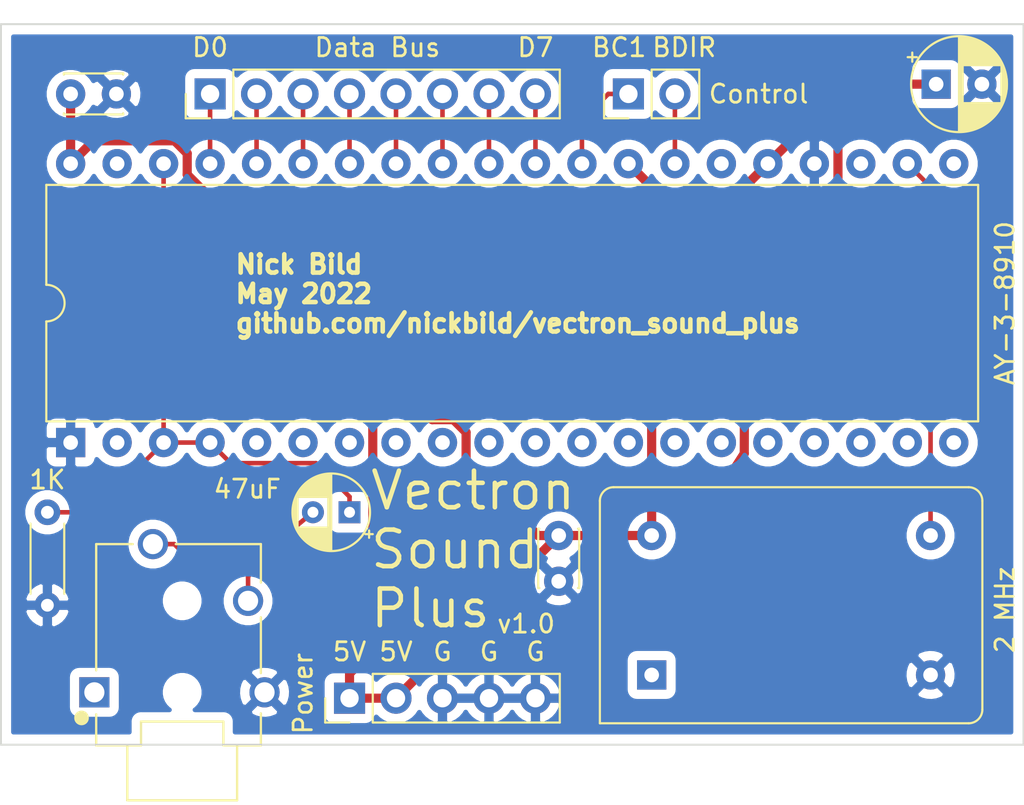
<source format=kicad_pcb>
(kicad_pcb (version 20171130) (host pcbnew "(5.1.5-0)")

  (general
    (thickness 1.6)
    (drawings 18)
    (tracks 74)
    (zones 0)
    (modules 11)
    (nets 39)
  )

  (page A4)
  (layers
    (0 F.Cu signal)
    (31 B.Cu signal hide)
    (32 B.Adhes user)
    (33 F.Adhes user)
    (34 B.Paste user)
    (35 F.Paste user)
    (36 B.SilkS user)
    (37 F.SilkS user)
    (38 B.Mask user)
    (39 F.Mask user)
    (40 Dwgs.User user)
    (41 Cmts.User user)
    (42 Eco1.User user)
    (43 Eco2.User user)
    (44 Edge.Cuts user)
    (45 Margin user)
    (46 B.CrtYd user)
    (47 F.CrtYd user)
    (48 B.Fab user)
    (49 F.Fab user)
  )

  (setup
    (last_trace_width 0.5)
    (user_trace_width 0.5)
    (trace_clearance 0.2)
    (zone_clearance 0.508)
    (zone_45_only no)
    (trace_min 0.2)
    (via_size 0.8)
    (via_drill 0.4)
    (via_min_size 0.4)
    (via_min_drill 0.3)
    (uvia_size 0.3)
    (uvia_drill 0.1)
    (uvias_allowed no)
    (uvia_min_size 0.2)
    (uvia_min_drill 0.1)
    (edge_width 0.05)
    (segment_width 0.2)
    (pcb_text_width 0.3)
    (pcb_text_size 1.5 1.5)
    (mod_edge_width 0.12)
    (mod_text_size 1 1)
    (mod_text_width 0.15)
    (pad_size 1.524 1.524)
    (pad_drill 0.762)
    (pad_to_mask_clearance 0.051)
    (solder_mask_min_width 0.25)
    (aux_axis_origin 0 0)
    (visible_elements FFFFFF7F)
    (pcbplotparams
      (layerselection 0x010fc_ffffffff)
      (usegerberextensions false)
      (usegerberattributes false)
      (usegerberadvancedattributes false)
      (creategerberjobfile false)
      (excludeedgelayer true)
      (linewidth 0.100000)
      (plotframeref false)
      (viasonmask false)
      (mode 1)
      (useauxorigin false)
      (hpglpennumber 1)
      (hpglpenspeed 20)
      (hpglpendiameter 15.000000)
      (psnegative false)
      (psa4output false)
      (plotreference true)
      (plotvalue true)
      (plotinvisibletext false)
      (padsonsilk false)
      (subtractmaskfromsilk false)
      (outputformat 1)
      (mirror false)
      (drillshape 1)
      (scaleselection 1)
      (outputdirectory ""))
  )

  (net 0 "")
  (net 1 GND)
  (net 2 +5V)
  (net 3 "Net-(C2-Pad2)")
  (net 4 "Net-(C2-Pad1)")
  (net 5 "Net-(J1-Pad8)")
  (net 6 "Net-(J1-Pad7)")
  (net 7 "Net-(J1-Pad6)")
  (net 8 "Net-(J1-Pad5)")
  (net 9 "Net-(J1-Pad4)")
  (net 10 "Net-(J1-Pad3)")
  (net 11 "Net-(J1-Pad2)")
  (net 12 "Net-(J1-Pad1)")
  (net 13 "Net-(J2-Pad20)")
  (net 14 "Net-(J2-Pad39)")
  (net 15 "Net-(J2-Pad19)")
  (net 16 "Net-(J2-Pad18)")
  (net 17 "Net-(J2-Pad17)")
  (net 18 "Net-(J2-Pad16)")
  (net 19 "Net-(J2-Pad15)")
  (net 20 "Net-(J2-Pad14)")
  (net 21 "Net-(J2-Pad13)")
  (net 22 "Net-(J2-Pad12)")
  (net 23 "Net-(J2-Pad11)")
  (net 24 "Net-(J2-Pad10)")
  (net 25 "Net-(J2-Pad29)")
  (net 26 "Net-(J2-Pad9)")
  (net 27 "Net-(J2-Pad8)")
  (net 28 "Net-(J2-Pad27)")
  (net 29 "Net-(J2-Pad7)")
  (net 30 "Net-(J2-Pad26)")
  (net 31 "Net-(J2-Pad6)")
  (net 32 "Net-(J2-Pad5)")
  (net 33 "Net-(J2-Pad23)")
  (net 34 "Net-(J2-Pad22)")
  (net 35 "Net-(J2-Pad2)")
  (net 36 "Net-(J2-Pad21)")
  (net 37 "Net-(J4-Pad1)")
  (net 38 "Net-(X1-Pad1)")

  (net_class Default "This is the default net class."
    (clearance 0.2)
    (trace_width 0.25)
    (via_dia 0.8)
    (via_drill 0.4)
    (uvia_dia 0.3)
    (uvia_drill 0.1)
    (add_net +5V)
    (add_net GND)
    (add_net "Net-(C2-Pad1)")
    (add_net "Net-(C2-Pad2)")
    (add_net "Net-(J1-Pad1)")
    (add_net "Net-(J1-Pad2)")
    (add_net "Net-(J1-Pad3)")
    (add_net "Net-(J1-Pad4)")
    (add_net "Net-(J1-Pad5)")
    (add_net "Net-(J1-Pad6)")
    (add_net "Net-(J1-Pad7)")
    (add_net "Net-(J1-Pad8)")
    (add_net "Net-(J2-Pad10)")
    (add_net "Net-(J2-Pad11)")
    (add_net "Net-(J2-Pad12)")
    (add_net "Net-(J2-Pad13)")
    (add_net "Net-(J2-Pad14)")
    (add_net "Net-(J2-Pad15)")
    (add_net "Net-(J2-Pad16)")
    (add_net "Net-(J2-Pad17)")
    (add_net "Net-(J2-Pad18)")
    (add_net "Net-(J2-Pad19)")
    (add_net "Net-(J2-Pad2)")
    (add_net "Net-(J2-Pad20)")
    (add_net "Net-(J2-Pad21)")
    (add_net "Net-(J2-Pad22)")
    (add_net "Net-(J2-Pad23)")
    (add_net "Net-(J2-Pad26)")
    (add_net "Net-(J2-Pad27)")
    (add_net "Net-(J2-Pad29)")
    (add_net "Net-(J2-Pad39)")
    (add_net "Net-(J2-Pad5)")
    (add_net "Net-(J2-Pad6)")
    (add_net "Net-(J2-Pad7)")
    (add_net "Net-(J2-Pad8)")
    (add_net "Net-(J2-Pad9)")
    (add_net "Net-(J4-Pad1)")
    (add_net "Net-(X1-Pad1)")
  )

  (module Resistor_THT:R_Axial_DIN0204_L3.6mm_D1.6mm_P5.08mm_Horizontal (layer F.Cu) (tedit 5AE5139B) (tstamp 628C6D3C)
    (at 105.41 64.77 270)
    (descr "Resistor, Axial_DIN0204 series, Axial, Horizontal, pin pitch=5.08mm, 0.167W, length*diameter=3.6*1.6mm^2, http://cdn-reichelt.de/documents/datenblatt/B400/1_4W%23YAG.pdf")
    (tags "Resistor Axial_DIN0204 series Axial Horizontal pin pitch 5.08mm 0.167W length 3.6mm diameter 1.6mm")
    (path /628CE40D)
    (fp_text reference R1 (at 2.54 -1.92 90) (layer F.Fab)
      (effects (font (size 1 1) (thickness 0.15)))
    )
    (fp_text value 1K (at -1.778 0 180) (layer F.SilkS)
      (effects (font (size 1 1) (thickness 0.15)))
    )
    (fp_text user %R (at 2.54 0 90) (layer F.Fab)
      (effects (font (size 0.72 0.72) (thickness 0.108)))
    )
    (fp_line (start 6.03 -1.05) (end -0.95 -1.05) (layer F.CrtYd) (width 0.05))
    (fp_line (start 6.03 1.05) (end 6.03 -1.05) (layer F.CrtYd) (width 0.05))
    (fp_line (start -0.95 1.05) (end 6.03 1.05) (layer F.CrtYd) (width 0.05))
    (fp_line (start -0.95 -1.05) (end -0.95 1.05) (layer F.CrtYd) (width 0.05))
    (fp_line (start 0.62 0.92) (end 4.46 0.92) (layer F.SilkS) (width 0.12))
    (fp_line (start 0.62 -0.92) (end 4.46 -0.92) (layer F.SilkS) (width 0.12))
    (fp_line (start 5.08 0) (end 4.34 0) (layer F.Fab) (width 0.1))
    (fp_line (start 0 0) (end 0.74 0) (layer F.Fab) (width 0.1))
    (fp_line (start 4.34 -0.8) (end 0.74 -0.8) (layer F.Fab) (width 0.1))
    (fp_line (start 4.34 0.8) (end 4.34 -0.8) (layer F.Fab) (width 0.1))
    (fp_line (start 0.74 0.8) (end 4.34 0.8) (layer F.Fab) (width 0.1))
    (fp_line (start 0.74 -0.8) (end 0.74 0.8) (layer F.Fab) (width 0.1))
    (pad 2 thru_hole oval (at 5.08 0 270) (size 1.4 1.4) (drill 0.7) (layers *.Cu *.Mask)
      (net 1 GND))
    (pad 1 thru_hole circle (at 0 0 270) (size 1.4 1.4) (drill 0.7) (layers *.Cu *.Mask)
      (net 4 "Net-(C2-Pad1)"))
    (model ${KISYS3DMOD}/Resistor_THT.3dshapes/R_Axial_DIN0204_L3.6mm_D1.6mm_P5.08mm_Horizontal.wrl
      (at (xyz 0 0 0))
      (scale (xyz 1 1 1))
      (rotate (xyz 0 0 0))
    )
  )

  (module Oscillator:Oscillator_DIP-14 (layer F.Cu) (tedit 58CD3344) (tstamp 628C6D5E)
    (at 138.43 73.66)
    (descr "Oscillator, DIP14, http://cdn-reichelt.de/documents/datenblatt/B400/OSZI.pdf")
    (tags oscillator)
    (path /628C782D)
    (fp_text reference X1 (at 7.62 -11.26) (layer F.Fab)
      (effects (font (size 1 1) (thickness 0.15)))
    )
    (fp_text value "2 MHz" (at 19.304 -3.556 90) (layer F.SilkS)
      (effects (font (size 1 1) (thickness 0.15)))
    )
    (fp_arc (start -2.08 -9.51) (end -2.73 -9.51) (angle 90) (layer F.Fab) (width 0.1))
    (fp_arc (start 17.32 -9.51) (end 17.32 -10.16) (angle 90) (layer F.Fab) (width 0.1))
    (fp_arc (start 17.32 1.89) (end 17.97 1.89) (angle 90) (layer F.Fab) (width 0.1))
    (fp_arc (start -2.08 -9.51) (end -2.83 -9.51) (angle 90) (layer F.SilkS) (width 0.12))
    (fp_arc (start 17.32 -9.51) (end 17.32 -10.26) (angle 90) (layer F.SilkS) (width 0.12))
    (fp_arc (start 17.32 1.89) (end 18.07 1.89) (angle 90) (layer F.SilkS) (width 0.12))
    (fp_arc (start -1.38 -8.81) (end -1.73 -8.81) (angle 90) (layer F.Fab) (width 0.1))
    (fp_arc (start 16.62 -8.81) (end 16.62 -9.16) (angle 90) (layer F.Fab) (width 0.1))
    (fp_arc (start 16.62 1.19) (end 16.97 1.19) (angle 90) (layer F.Fab) (width 0.1))
    (fp_line (start -2.73 2.54) (end -2.73 -9.51) (layer F.Fab) (width 0.1))
    (fp_line (start -2.08 -10.16) (end 17.32 -10.16) (layer F.Fab) (width 0.1))
    (fp_line (start 17.97 -9.51) (end 17.97 1.89) (layer F.Fab) (width 0.1))
    (fp_line (start -2.73 2.54) (end 17.32 2.54) (layer F.Fab) (width 0.1))
    (fp_line (start -2.83 2.64) (end 17.32 2.64) (layer F.SilkS) (width 0.12))
    (fp_line (start 18.07 1.89) (end 18.07 -9.51) (layer F.SilkS) (width 0.12))
    (fp_line (start 17.32 -10.26) (end -2.08 -10.26) (layer F.SilkS) (width 0.12))
    (fp_line (start -2.83 -9.51) (end -2.83 2.64) (layer F.SilkS) (width 0.12))
    (fp_line (start -1.73 1.54) (end 16.62 1.54) (layer F.Fab) (width 0.1))
    (fp_line (start -1.73 1.54) (end -1.73 -8.81) (layer F.Fab) (width 0.1))
    (fp_line (start -1.38 -9.16) (end 16.62 -9.16) (layer F.Fab) (width 0.1))
    (fp_line (start 16.97 1.19) (end 16.97 -8.81) (layer F.Fab) (width 0.1))
    (fp_line (start -2.98 2.79) (end 18.22 2.79) (layer F.CrtYd) (width 0.05))
    (fp_line (start -2.98 -10.41) (end -2.98 2.79) (layer F.CrtYd) (width 0.05))
    (fp_line (start 18.22 -10.41) (end -2.98 -10.41) (layer F.CrtYd) (width 0.05))
    (fp_line (start 18.22 2.79) (end 18.22 -10.41) (layer F.CrtYd) (width 0.05))
    (fp_text user %R (at 7.62 -3.81) (layer F.Fab)
      (effects (font (size 1 1) (thickness 0.15)))
    )
    (pad 7 thru_hole circle (at 15.24 0) (size 1.6 1.6) (drill 0.8) (layers *.Cu *.Mask)
      (net 1 GND))
    (pad 8 thru_hole circle (at 15.24 -7.62) (size 1.6 1.6) (drill 0.8) (layers *.Cu *.Mask)
      (net 34 "Net-(J2-Pad22)"))
    (pad 14 thru_hole circle (at 0 -7.62) (size 1.6 1.6) (drill 0.8) (layers *.Cu *.Mask)
      (net 2 +5V))
    (pad 1 thru_hole rect (at 0 0) (size 1.6 1.6) (drill 0.8) (layers *.Cu *.Mask)
      (net 38 "Net-(X1-Pad1)"))
    (model ${KISYS3DMOD}/Oscillator.3dshapes/Oscillator_DIP-14.wrl
      (at (xyz 0 0 0))
      (scale (xyz 1 1 1))
      (rotate (xyz 0 0 0))
    )
  )

  (module Connector_PinHeader_2.54mm:PinHeader_1x05_P2.54mm_Vertical (layer F.Cu) (tedit 59FED5CC) (tstamp 628C6D2D)
    (at 121.92 74.93 90)
    (descr "Through hole straight pin header, 1x05, 2.54mm pitch, single row")
    (tags "Through hole pin header THT 1x05 2.54mm single row")
    (path /628DFFC8)
    (fp_text reference J5 (at 0 -2.33 90) (layer F.Fab)
      (effects (font (size 1 1) (thickness 0.15)))
    )
    (fp_text value Power (at 0.254 -2.54 90) (layer F.SilkS)
      (effects (font (size 1 1) (thickness 0.15)))
    )
    (fp_text user %R (at 0 5.08) (layer F.Fab)
      (effects (font (size 1 1) (thickness 0.15)))
    )
    (fp_line (start 1.8 -1.8) (end -1.8 -1.8) (layer F.CrtYd) (width 0.05))
    (fp_line (start 1.8 11.95) (end 1.8 -1.8) (layer F.CrtYd) (width 0.05))
    (fp_line (start -1.8 11.95) (end 1.8 11.95) (layer F.CrtYd) (width 0.05))
    (fp_line (start -1.8 -1.8) (end -1.8 11.95) (layer F.CrtYd) (width 0.05))
    (fp_line (start -1.33 -1.33) (end 0 -1.33) (layer F.SilkS) (width 0.12))
    (fp_line (start -1.33 0) (end -1.33 -1.33) (layer F.SilkS) (width 0.12))
    (fp_line (start -1.33 1.27) (end 1.33 1.27) (layer F.SilkS) (width 0.12))
    (fp_line (start 1.33 1.27) (end 1.33 11.49) (layer F.SilkS) (width 0.12))
    (fp_line (start -1.33 1.27) (end -1.33 11.49) (layer F.SilkS) (width 0.12))
    (fp_line (start -1.33 11.49) (end 1.33 11.49) (layer F.SilkS) (width 0.12))
    (fp_line (start -1.27 -0.635) (end -0.635 -1.27) (layer F.Fab) (width 0.1))
    (fp_line (start -1.27 11.43) (end -1.27 -0.635) (layer F.Fab) (width 0.1))
    (fp_line (start 1.27 11.43) (end -1.27 11.43) (layer F.Fab) (width 0.1))
    (fp_line (start 1.27 -1.27) (end 1.27 11.43) (layer F.Fab) (width 0.1))
    (fp_line (start -0.635 -1.27) (end 1.27 -1.27) (layer F.Fab) (width 0.1))
    (pad 5 thru_hole oval (at 0 10.16 90) (size 1.7 1.7) (drill 1) (layers *.Cu *.Mask)
      (net 1 GND))
    (pad 4 thru_hole oval (at 0 7.62 90) (size 1.7 1.7) (drill 1) (layers *.Cu *.Mask)
      (net 1 GND))
    (pad 3 thru_hole oval (at 0 5.08 90) (size 1.7 1.7) (drill 1) (layers *.Cu *.Mask)
      (net 1 GND))
    (pad 2 thru_hole oval (at 0 2.54 90) (size 1.7 1.7) (drill 1) (layers *.Cu *.Mask)
      (net 2 +5V))
    (pad 1 thru_hole rect (at 0 0 90) (size 1.7 1.7) (drill 1) (layers *.Cu *.Mask)
      (net 2 +5V))
    (model ${KISYS3DMOD}/Connector_PinHeader_2.54mm.3dshapes/PinHeader_1x05_P2.54mm_Vertical.wrl
      (at (xyz 0 0 0))
      (scale (xyz 1 1 1))
      (rotate (xyz 0 0 0))
    )
  )

  (module SJ-43514:CUI_SJ-43514 (layer F.Cu) (tedit 628C0067) (tstamp 628C6D14)
    (at 112.776 72.009 90)
    (path /628C87ED)
    (fp_text reference J4 (at -2.979703 -6.81327 90) (layer F.Fab)
      (effects (font (size 0.480598 0.480598) (thickness 0.12015)))
    )
    (fp_text value SJ-43514 (at -1.094318 6.206094 90) (layer F.Fab)
      (effects (font (size 0.480844 0.480844) (thickness 0.15)))
    )
    (fp_circle (center -4 -5.5) (end -3.8 -5.5) (layer F.SilkS) (width 0.4))
    (fp_text user "PCB EDGE" (at -5.75332 8.5049 90) (layer F.Fab) hide
      (effects (font (size 0.480277 0.480277) (thickness 0.15)))
    )
    (fp_line (start -8.75 3.25) (end -8.75 -3.25) (layer F.CrtYd) (width 0.05))
    (fp_line (start -5.75 3.25) (end -8.75 3.25) (layer F.CrtYd) (width 0.05))
    (fp_line (start -5.75 4.5) (end -5.75 3.25) (layer F.CrtYd) (width 0.05))
    (fp_line (start -3.75 4.5) (end -5.75 4.5) (layer F.CrtYd) (width 0.05))
    (fp_line (start -3.75 5.55) (end -3.75 4.5) (layer F.CrtYd) (width 0.05))
    (fp_line (start -1.5 5.55) (end -3.75 5.55) (layer F.CrtYd) (width 0.05))
    (fp_line (start -1.5 4.75) (end -1.5 5.55) (layer F.CrtYd) (width 0.05))
    (fp_line (start 5.75 4.75) (end -1.5 4.75) (layer F.CrtYd) (width 0.05))
    (fp_line (start 5.75 -0.5) (end 5.75 4.75) (layer F.CrtYd) (width 0.05))
    (fp_line (start 6.5 -0.5) (end 5.75 -0.5) (layer F.CrtYd) (width 0.05))
    (fp_line (start 6.5 -2.5) (end 6.5 -0.5) (layer F.CrtYd) (width 0.05))
    (fp_line (start 5.75 -2.5) (end 6.5 -2.5) (layer F.CrtYd) (width 0.05))
    (fp_line (start 5.75 -5) (end 5.75 -2.5) (layer F.CrtYd) (width 0.05))
    (fp_line (start -1.5 -5) (end 5.75 -5) (layer F.CrtYd) (width 0.05))
    (fp_line (start -1.5 -5.85) (end -1.5 -5) (layer F.CrtYd) (width 0.05))
    (fp_line (start -3.65 -5.85) (end -1.5 -5.85) (layer F.CrtYd) (width 0.05))
    (fp_line (start -3.65 -5) (end -3.65 -5.85) (layer F.CrtYd) (width 0.05))
    (fp_line (start -5.75 -5) (end -3.65 -5) (layer F.CrtYd) (width 0.05))
    (fp_line (start -5.75 -3.25) (end -5.75 -5) (layer F.CrtYd) (width 0.05))
    (fp_line (start -8.75 -3.25) (end -5.75 -3.25) (layer F.CrtYd) (width 0.05))
    (fp_line (start -5.5 2.25) (end -5.5 8.85) (layer Edge.Cuts) (width 0.01))
    (fp_line (start -4.2 2.25) (end -5.5 2.25) (layer Edge.Cuts) (width 0.01))
    (fp_line (start -4.2 -2.25) (end -4.2 2.25) (layer Edge.Cuts) (width 0.01))
    (fp_line (start -5.5 -2.25) (end -4.2 -2.25) (layer Edge.Cuts) (width 0.01))
    (fp_line (start -5.5 -8.35) (end -5.5 -2.25) (layer Edge.Cuts) (width 0.01))
    (fp_line (start 1.5 4.3) (end -1.55 4.3) (layer F.SilkS) (width 0.127))
    (fp_line (start 5.5 4.3) (end 3.4 4.3) (layer F.SilkS) (width 0.127))
    (fp_line (start 5.5 -0.35) (end 5.5 4.3) (layer F.SilkS) (width 0.127))
    (fp_line (start 5.5 -4.7) (end 5.5 -2.7) (layer F.SilkS) (width 0.127))
    (fp_line (start -1.4 -4.7) (end 5.5 -4.7) (layer F.SilkS) (width 0.127))
    (fp_line (start -8.5 -3) (end -5.5 -3) (layer F.SilkS) (width 0.127))
    (fp_line (start -8.5 3) (end -8.5 -3) (layer F.SilkS) (width 0.127))
    (fp_line (start -5.5 3) (end -8.5 3) (layer F.SilkS) (width 0.127))
    (fp_line (start -5.5 4.3) (end -3.75 4.3) (layer F.SilkS) (width 0.127))
    (fp_line (start -5.5 3) (end -5.5 4.3) (layer F.SilkS) (width 0.127))
    (fp_line (start -5.5 2.25) (end -5.5 3) (layer F.SilkS) (width 0.127))
    (fp_line (start -4.2 2.25) (end -5.5 2.25) (layer F.SilkS) (width 0.127))
    (fp_line (start -4.2 -2.25) (end -4.2 2.25) (layer F.SilkS) (width 0.127))
    (fp_line (start -5.5 -2.25) (end -4.2 -2.25) (layer F.SilkS) (width 0.127))
    (fp_line (start -5.5 -3) (end -5.5 -2.25) (layer F.SilkS) (width 0.127))
    (fp_line (start -5.5 -4.7) (end -5.5 -3) (layer F.SilkS) (width 0.127))
    (fp_line (start -3.8 -4.7) (end -5.5 -4.7) (layer F.SilkS) (width 0.127))
    (fp_line (start -8.5 3) (end -5.5 3) (layer F.Fab) (width 0.127))
    (fp_line (start -8.5 -3) (end -8.5 3) (layer F.Fab) (width 0.127))
    (fp_line (start -5.5 -3) (end -8.5 -3) (layer F.Fab) (width 0.127))
    (fp_line (start -5.5 4.3) (end 5.5 4.3) (layer F.Fab) (width 0.127))
    (fp_line (start -5.5 3) (end -5.5 4.3) (layer F.Fab) (width 0.127))
    (fp_line (start -5.5 2.25) (end -5.5 3) (layer F.Fab) (width 0.127))
    (fp_line (start -4.2 2.25) (end -5.5 2.25) (layer F.Fab) (width 0.127))
    (fp_line (start -4.2 -2.25) (end -4.2 2.25) (layer F.Fab) (width 0.127))
    (fp_line (start -5.5 -2.25) (end -4.2 -2.25) (layer F.Fab) (width 0.127))
    (fp_line (start -5.5 -3) (end -5.5 -2.25) (layer F.Fab) (width 0.127))
    (fp_line (start -5.5 -4.7) (end -5.5 -3) (layer F.Fab) (width 0.127))
    (fp_line (start 5.5 -4.7) (end 5.5 4.3) (layer F.Fab) (width 0.127))
    (fp_line (start -5.5 -4.7) (end 5.5 -4.7) (layer F.Fab) (width 0.127))
    (pad None np_thru_hole circle (at 2.4 0 90) (size 1.1 1.1) (drill 1.1) (layers *.Cu *.Mask))
    (pad None np_thru_hole circle (at -2.6 0 90) (size 1.1 1.1) (drill 1.1) (layers *.Cu *.Mask))
    (pad 4 thru_hole circle (at -2.6 4.5 90) (size 1.65 1.65) (drill 1.1) (layers *.Cu *.Mask)
      (net 1 GND))
    (pad 3 thru_hole circle (at 5.5 -1.6 90) (size 1.65 1.65) (drill 1.1) (layers *.Cu *.Mask)
      (net 3 "Net-(C2-Pad2)"))
    (pad 2 thru_hole circle (at 2.4 3.6 90) (size 1.65 1.65) (drill 1.1) (layers *.Cu *.Mask)
      (net 3 "Net-(C2-Pad2)"))
    (pad 1 thru_hole rect (at -2.6 -4.8 90) (size 1.65 1.65) (drill 1.1) (layers *.Cu *.Mask)
      (net 37 "Net-(J4-Pad1)"))
  )

  (module Connector_PinHeader_2.54mm:PinHeader_1x02_P2.54mm_Vertical (layer F.Cu) (tedit 59FED5CC) (tstamp 628C6CD1)
    (at 137.16 41.91 90)
    (descr "Through hole straight pin header, 1x02, 2.54mm pitch, single row")
    (tags "Through hole pin header THT 1x02 2.54mm single row")
    (path /628DB5A5)
    (fp_text reference J3 (at 0 -2.33 90) (layer F.Fab)
      (effects (font (size 1 1) (thickness 0.15)))
    )
    (fp_text value Control (at 0 4.87 90) (layer F.Fab)
      (effects (font (size 1 1) (thickness 0.15)))
    )
    (fp_text user %R (at 0 1.27) (layer F.Fab)
      (effects (font (size 1 1) (thickness 0.15)))
    )
    (fp_line (start 1.8 -1.8) (end -1.8 -1.8) (layer F.CrtYd) (width 0.05))
    (fp_line (start 1.8 4.35) (end 1.8 -1.8) (layer F.CrtYd) (width 0.05))
    (fp_line (start -1.8 4.35) (end 1.8 4.35) (layer F.CrtYd) (width 0.05))
    (fp_line (start -1.8 -1.8) (end -1.8 4.35) (layer F.CrtYd) (width 0.05))
    (fp_line (start -1.33 -1.33) (end 0 -1.33) (layer F.SilkS) (width 0.12))
    (fp_line (start -1.33 0) (end -1.33 -1.33) (layer F.SilkS) (width 0.12))
    (fp_line (start -1.33 1.27) (end 1.33 1.27) (layer F.SilkS) (width 0.12))
    (fp_line (start 1.33 1.27) (end 1.33 3.87) (layer F.SilkS) (width 0.12))
    (fp_line (start -1.33 1.27) (end -1.33 3.87) (layer F.SilkS) (width 0.12))
    (fp_line (start -1.33 3.87) (end 1.33 3.87) (layer F.SilkS) (width 0.12))
    (fp_line (start -1.27 -0.635) (end -0.635 -1.27) (layer F.Fab) (width 0.1))
    (fp_line (start -1.27 3.81) (end -1.27 -0.635) (layer F.Fab) (width 0.1))
    (fp_line (start 1.27 3.81) (end -1.27 3.81) (layer F.Fab) (width 0.1))
    (fp_line (start 1.27 -1.27) (end 1.27 3.81) (layer F.Fab) (width 0.1))
    (fp_line (start -0.635 -1.27) (end 1.27 -1.27) (layer F.Fab) (width 0.1))
    (pad 2 thru_hole oval (at 0 2.54 90) (size 1.7 1.7) (drill 1) (layers *.Cu *.Mask)
      (net 28 "Net-(J2-Pad27)"))
    (pad 1 thru_hole rect (at 0 0 90) (size 1.7 1.7) (drill 1) (layers *.Cu *.Mask)
      (net 25 "Net-(J2-Pad29)"))
    (model ${KISYS3DMOD}/Connector_PinHeader_2.54mm.3dshapes/PinHeader_1x02_P2.54mm_Vertical.wrl
      (at (xyz 0 0 0))
      (scale (xyz 1 1 1))
      (rotate (xyz 0 0 0))
    )
  )

  (module Package_DIP:DIP-40_W15.24mm (layer F.Cu) (tedit 5A02E8C5) (tstamp 628C6CBB)
    (at 106.68 60.96 90)
    (descr "40-lead though-hole mounted DIP package, row spacing 15.24 mm (600 mils)")
    (tags "THT DIP DIL PDIP 2.54mm 15.24mm 600mil")
    (path /628C031C)
    (fp_text reference J2 (at 7.62 -2.33 90) (layer F.CrtYd)
      (effects (font (size 1 1) (thickness 0.15)))
    )
    (fp_text value AY-3-8910 (at 7.62 51.054 90) (layer F.SilkS)
      (effects (font (size 1 1) (thickness 0.15)))
    )
    (fp_text user %R (at 7.62 24.13 90) (layer F.Fab)
      (effects (font (size 1 1) (thickness 0.15)))
    )
    (fp_line (start 16.3 -1.55) (end -1.05 -1.55) (layer F.CrtYd) (width 0.05))
    (fp_line (start 16.3 49.8) (end 16.3 -1.55) (layer F.CrtYd) (width 0.05))
    (fp_line (start -1.05 49.8) (end 16.3 49.8) (layer F.CrtYd) (width 0.05))
    (fp_line (start -1.05 -1.55) (end -1.05 49.8) (layer F.CrtYd) (width 0.05))
    (fp_line (start 14.08 -1.33) (end 8.62 -1.33) (layer F.SilkS) (width 0.12))
    (fp_line (start 14.08 49.59) (end 14.08 -1.33) (layer F.SilkS) (width 0.12))
    (fp_line (start 1.16 49.59) (end 14.08 49.59) (layer F.SilkS) (width 0.12))
    (fp_line (start 1.16 -1.33) (end 1.16 49.59) (layer F.SilkS) (width 0.12))
    (fp_line (start 6.62 -1.33) (end 1.16 -1.33) (layer F.SilkS) (width 0.12))
    (fp_line (start 0.255 -0.27) (end 1.255 -1.27) (layer F.Fab) (width 0.1))
    (fp_line (start 0.255 49.53) (end 0.255 -0.27) (layer F.Fab) (width 0.1))
    (fp_line (start 14.985 49.53) (end 0.255 49.53) (layer F.Fab) (width 0.1))
    (fp_line (start 14.985 -1.27) (end 14.985 49.53) (layer F.Fab) (width 0.1))
    (fp_line (start 1.255 -1.27) (end 14.985 -1.27) (layer F.Fab) (width 0.1))
    (fp_arc (start 7.62 -1.33) (end 6.62 -1.33) (angle -180) (layer F.SilkS) (width 0.12))
    (pad 40 thru_hole oval (at 15.24 0 90) (size 1.6 1.6) (drill 0.8) (layers *.Cu *.Mask)
      (net 2 +5V))
    (pad 20 thru_hole oval (at 0 48.26 90) (size 1.6 1.6) (drill 0.8) (layers *.Cu *.Mask)
      (net 13 "Net-(J2-Pad20)"))
    (pad 39 thru_hole oval (at 15.24 2.54 90) (size 1.6 1.6) (drill 0.8) (layers *.Cu *.Mask)
      (net 14 "Net-(J2-Pad39)"))
    (pad 19 thru_hole oval (at 0 45.72 90) (size 1.6 1.6) (drill 0.8) (layers *.Cu *.Mask)
      (net 15 "Net-(J2-Pad19)"))
    (pad 38 thru_hole oval (at 15.24 5.08 90) (size 1.6 1.6) (drill 0.8) (layers *.Cu *.Mask)
      (net 4 "Net-(C2-Pad1)"))
    (pad 18 thru_hole oval (at 0 43.18 90) (size 1.6 1.6) (drill 0.8) (layers *.Cu *.Mask)
      (net 16 "Net-(J2-Pad18)"))
    (pad 37 thru_hole oval (at 15.24 7.62 90) (size 1.6 1.6) (drill 0.8) (layers *.Cu *.Mask)
      (net 12 "Net-(J1-Pad1)"))
    (pad 17 thru_hole oval (at 0 40.64 90) (size 1.6 1.6) (drill 0.8) (layers *.Cu *.Mask)
      (net 17 "Net-(J2-Pad17)"))
    (pad 36 thru_hole oval (at 15.24 10.16 90) (size 1.6 1.6) (drill 0.8) (layers *.Cu *.Mask)
      (net 11 "Net-(J1-Pad2)"))
    (pad 16 thru_hole oval (at 0 38.1 90) (size 1.6 1.6) (drill 0.8) (layers *.Cu *.Mask)
      (net 18 "Net-(J2-Pad16)"))
    (pad 35 thru_hole oval (at 15.24 12.7 90) (size 1.6 1.6) (drill 0.8) (layers *.Cu *.Mask)
      (net 10 "Net-(J1-Pad3)"))
    (pad 15 thru_hole oval (at 0 35.56 90) (size 1.6 1.6) (drill 0.8) (layers *.Cu *.Mask)
      (net 19 "Net-(J2-Pad15)"))
    (pad 34 thru_hole oval (at 15.24 15.24 90) (size 1.6 1.6) (drill 0.8) (layers *.Cu *.Mask)
      (net 9 "Net-(J1-Pad4)"))
    (pad 14 thru_hole oval (at 0 33.02 90) (size 1.6 1.6) (drill 0.8) (layers *.Cu *.Mask)
      (net 20 "Net-(J2-Pad14)"))
    (pad 33 thru_hole oval (at 15.24 17.78 90) (size 1.6 1.6) (drill 0.8) (layers *.Cu *.Mask)
      (net 8 "Net-(J1-Pad5)"))
    (pad 13 thru_hole oval (at 0 30.48 90) (size 1.6 1.6) (drill 0.8) (layers *.Cu *.Mask)
      (net 21 "Net-(J2-Pad13)"))
    (pad 32 thru_hole oval (at 15.24 20.32 90) (size 1.6 1.6) (drill 0.8) (layers *.Cu *.Mask)
      (net 7 "Net-(J1-Pad6)"))
    (pad 12 thru_hole oval (at 0 27.94 90) (size 1.6 1.6) (drill 0.8) (layers *.Cu *.Mask)
      (net 22 "Net-(J2-Pad12)"))
    (pad 31 thru_hole oval (at 15.24 22.86 90) (size 1.6 1.6) (drill 0.8) (layers *.Cu *.Mask)
      (net 6 "Net-(J1-Pad7)"))
    (pad 11 thru_hole oval (at 0 25.4 90) (size 1.6 1.6) (drill 0.8) (layers *.Cu *.Mask)
      (net 23 "Net-(J2-Pad11)"))
    (pad 30 thru_hole oval (at 15.24 25.4 90) (size 1.6 1.6) (drill 0.8) (layers *.Cu *.Mask)
      (net 5 "Net-(J1-Pad8)"))
    (pad 10 thru_hole oval (at 0 22.86 90) (size 1.6 1.6) (drill 0.8) (layers *.Cu *.Mask)
      (net 24 "Net-(J2-Pad10)"))
    (pad 29 thru_hole oval (at 15.24 27.94 90) (size 1.6 1.6) (drill 0.8) (layers *.Cu *.Mask)
      (net 25 "Net-(J2-Pad29)"))
    (pad 9 thru_hole oval (at 0 20.32 90) (size 1.6 1.6) (drill 0.8) (layers *.Cu *.Mask)
      (net 26 "Net-(J2-Pad9)"))
    (pad 28 thru_hole oval (at 15.24 30.48 90) (size 1.6 1.6) (drill 0.8) (layers *.Cu *.Mask)
      (net 2 +5V))
    (pad 8 thru_hole oval (at 0 17.78 90) (size 1.6 1.6) (drill 0.8) (layers *.Cu *.Mask)
      (net 27 "Net-(J2-Pad8)"))
    (pad 27 thru_hole oval (at 15.24 33.02 90) (size 1.6 1.6) (drill 0.8) (layers *.Cu *.Mask)
      (net 28 "Net-(J2-Pad27)"))
    (pad 7 thru_hole oval (at 0 15.24 90) (size 1.6 1.6) (drill 0.8) (layers *.Cu *.Mask)
      (net 29 "Net-(J2-Pad7)"))
    (pad 26 thru_hole oval (at 15.24 35.56 90) (size 1.6 1.6) (drill 0.8) (layers *.Cu *.Mask)
      (net 30 "Net-(J2-Pad26)"))
    (pad 6 thru_hole oval (at 0 12.7 90) (size 1.6 1.6) (drill 0.8) (layers *.Cu *.Mask)
      (net 31 "Net-(J2-Pad6)"))
    (pad 25 thru_hole oval (at 15.24 38.1 90) (size 1.6 1.6) (drill 0.8) (layers *.Cu *.Mask)
      (net 2 +5V))
    (pad 5 thru_hole oval (at 0 10.16 90) (size 1.6 1.6) (drill 0.8) (layers *.Cu *.Mask)
      (net 32 "Net-(J2-Pad5)"))
    (pad 24 thru_hole oval (at 15.24 40.64 90) (size 1.6 1.6) (drill 0.8) (layers *.Cu *.Mask)
      (net 1 GND))
    (pad 4 thru_hole oval (at 0 7.62 90) (size 1.6 1.6) (drill 0.8) (layers *.Cu *.Mask)
      (net 4 "Net-(C2-Pad1)"))
    (pad 23 thru_hole oval (at 15.24 43.18 90) (size 1.6 1.6) (drill 0.8) (layers *.Cu *.Mask)
      (net 33 "Net-(J2-Pad23)"))
    (pad 3 thru_hole oval (at 0 5.08 90) (size 1.6 1.6) (drill 0.8) (layers *.Cu *.Mask)
      (net 4 "Net-(C2-Pad1)"))
    (pad 22 thru_hole oval (at 15.24 45.72 90) (size 1.6 1.6) (drill 0.8) (layers *.Cu *.Mask)
      (net 34 "Net-(J2-Pad22)"))
    (pad 2 thru_hole oval (at 0 2.54 90) (size 1.6 1.6) (drill 0.8) (layers *.Cu *.Mask)
      (net 35 "Net-(J2-Pad2)"))
    (pad 21 thru_hole oval (at 15.24 48.26 90) (size 1.6 1.6) (drill 0.8) (layers *.Cu *.Mask)
      (net 36 "Net-(J2-Pad21)"))
    (pad 1 thru_hole rect (at 0 0 90) (size 1.6 1.6) (drill 0.8) (layers *.Cu *.Mask)
      (net 1 GND))
    (model ${KISYS3DMOD}/Package_DIP.3dshapes/DIP-40_W15.24mm.wrl
      (at (xyz 0 0 0))
      (scale (xyz 1 1 1))
      (rotate (xyz 0 0 0))
    )
  )

  (module Connector_PinHeader_2.54mm:PinHeader_1x08_P2.54mm_Vertical (layer F.Cu) (tedit 59FED5CC) (tstamp 628C6C7F)
    (at 114.3 41.91 90)
    (descr "Through hole straight pin header, 1x08, 2.54mm pitch, single row")
    (tags "Through hole pin header THT 1x08 2.54mm single row")
    (path /628D2C3C)
    (fp_text reference J1 (at 0 -2.33 90) (layer F.Fab)
      (effects (font (size 1 1) (thickness 0.15)))
    )
    (fp_text value "Data Out" (at 0 20.11 90) (layer F.Fab)
      (effects (font (size 1 1) (thickness 0.15)))
    )
    (fp_text user %R (at 0 8.89) (layer F.Fab)
      (effects (font (size 1 1) (thickness 0.15)))
    )
    (fp_line (start 1.8 -1.8) (end -1.8 -1.8) (layer F.CrtYd) (width 0.05))
    (fp_line (start 1.8 19.55) (end 1.8 -1.8) (layer F.CrtYd) (width 0.05))
    (fp_line (start -1.8 19.55) (end 1.8 19.55) (layer F.CrtYd) (width 0.05))
    (fp_line (start -1.8 -1.8) (end -1.8 19.55) (layer F.CrtYd) (width 0.05))
    (fp_line (start -1.33 -1.33) (end 0 -1.33) (layer F.SilkS) (width 0.12))
    (fp_line (start -1.33 0) (end -1.33 -1.33) (layer F.SilkS) (width 0.12))
    (fp_line (start -1.33 1.27) (end 1.33 1.27) (layer F.SilkS) (width 0.12))
    (fp_line (start 1.33 1.27) (end 1.33 19.11) (layer F.SilkS) (width 0.12))
    (fp_line (start -1.33 1.27) (end -1.33 19.11) (layer F.SilkS) (width 0.12))
    (fp_line (start -1.33 19.11) (end 1.33 19.11) (layer F.SilkS) (width 0.12))
    (fp_line (start -1.27 -0.635) (end -0.635 -1.27) (layer F.Fab) (width 0.1))
    (fp_line (start -1.27 19.05) (end -1.27 -0.635) (layer F.Fab) (width 0.1))
    (fp_line (start 1.27 19.05) (end -1.27 19.05) (layer F.Fab) (width 0.1))
    (fp_line (start 1.27 -1.27) (end 1.27 19.05) (layer F.Fab) (width 0.1))
    (fp_line (start -0.635 -1.27) (end 1.27 -1.27) (layer F.Fab) (width 0.1))
    (pad 8 thru_hole oval (at 0 17.78 90) (size 1.7 1.7) (drill 1) (layers *.Cu *.Mask)
      (net 5 "Net-(J1-Pad8)"))
    (pad 7 thru_hole oval (at 0 15.24 90) (size 1.7 1.7) (drill 1) (layers *.Cu *.Mask)
      (net 6 "Net-(J1-Pad7)"))
    (pad 6 thru_hole oval (at 0 12.7 90) (size 1.7 1.7) (drill 1) (layers *.Cu *.Mask)
      (net 7 "Net-(J1-Pad6)"))
    (pad 5 thru_hole oval (at 0 10.16 90) (size 1.7 1.7) (drill 1) (layers *.Cu *.Mask)
      (net 8 "Net-(J1-Pad5)"))
    (pad 4 thru_hole oval (at 0 7.62 90) (size 1.7 1.7) (drill 1) (layers *.Cu *.Mask)
      (net 9 "Net-(J1-Pad4)"))
    (pad 3 thru_hole oval (at 0 5.08 90) (size 1.7 1.7) (drill 1) (layers *.Cu *.Mask)
      (net 10 "Net-(J1-Pad3)"))
    (pad 2 thru_hole oval (at 0 2.54 90) (size 1.7 1.7) (drill 1) (layers *.Cu *.Mask)
      (net 11 "Net-(J1-Pad2)"))
    (pad 1 thru_hole rect (at 0 0 90) (size 1.7 1.7) (drill 1) (layers *.Cu *.Mask)
      (net 12 "Net-(J1-Pad1)"))
    (model ${KISYS3DMOD}/Connector_PinHeader_2.54mm.3dshapes/PinHeader_1x08_P2.54mm_Vertical.wrl
      (at (xyz 0 0 0))
      (scale (xyz 1 1 1))
      (rotate (xyz 0 0 0))
    )
  )

  (module Capacitor_THT:CP_Radial_D5.0mm_P2.50mm (layer F.Cu) (tedit 5AE50EF0) (tstamp 628C6C63)
    (at 153.975 41.375)
    (descr "CP, Radial series, Radial, pin pitch=2.50mm, , diameter=5mm, Electrolytic Capacitor")
    (tags "CP Radial series Radial pin pitch 2.50mm  diameter 5mm Electrolytic Capacitor")
    (path /628E45C7)
    (fp_text reference C4 (at 1.25 -3.75) (layer F.Fab)
      (effects (font (size 1 1) (thickness 0.15)))
    )
    (fp_text value CP (at 1.25 3.75) (layer F.Fab)
      (effects (font (size 1 1) (thickness 0.15)))
    )
    (fp_text user %R (at 1.25 0) (layer F.Fab)
      (effects (font (size 1 1) (thickness 0.15)))
    )
    (fp_line (start -1.304775 -1.725) (end -1.304775 -1.225) (layer F.SilkS) (width 0.12))
    (fp_line (start -1.554775 -1.475) (end -1.054775 -1.475) (layer F.SilkS) (width 0.12))
    (fp_line (start 3.851 -0.284) (end 3.851 0.284) (layer F.SilkS) (width 0.12))
    (fp_line (start 3.811 -0.518) (end 3.811 0.518) (layer F.SilkS) (width 0.12))
    (fp_line (start 3.771 -0.677) (end 3.771 0.677) (layer F.SilkS) (width 0.12))
    (fp_line (start 3.731 -0.805) (end 3.731 0.805) (layer F.SilkS) (width 0.12))
    (fp_line (start 3.691 -0.915) (end 3.691 0.915) (layer F.SilkS) (width 0.12))
    (fp_line (start 3.651 -1.011) (end 3.651 1.011) (layer F.SilkS) (width 0.12))
    (fp_line (start 3.611 -1.098) (end 3.611 1.098) (layer F.SilkS) (width 0.12))
    (fp_line (start 3.571 -1.178) (end 3.571 1.178) (layer F.SilkS) (width 0.12))
    (fp_line (start 3.531 1.04) (end 3.531 1.251) (layer F.SilkS) (width 0.12))
    (fp_line (start 3.531 -1.251) (end 3.531 -1.04) (layer F.SilkS) (width 0.12))
    (fp_line (start 3.491 1.04) (end 3.491 1.319) (layer F.SilkS) (width 0.12))
    (fp_line (start 3.491 -1.319) (end 3.491 -1.04) (layer F.SilkS) (width 0.12))
    (fp_line (start 3.451 1.04) (end 3.451 1.383) (layer F.SilkS) (width 0.12))
    (fp_line (start 3.451 -1.383) (end 3.451 -1.04) (layer F.SilkS) (width 0.12))
    (fp_line (start 3.411 1.04) (end 3.411 1.443) (layer F.SilkS) (width 0.12))
    (fp_line (start 3.411 -1.443) (end 3.411 -1.04) (layer F.SilkS) (width 0.12))
    (fp_line (start 3.371 1.04) (end 3.371 1.5) (layer F.SilkS) (width 0.12))
    (fp_line (start 3.371 -1.5) (end 3.371 -1.04) (layer F.SilkS) (width 0.12))
    (fp_line (start 3.331 1.04) (end 3.331 1.554) (layer F.SilkS) (width 0.12))
    (fp_line (start 3.331 -1.554) (end 3.331 -1.04) (layer F.SilkS) (width 0.12))
    (fp_line (start 3.291 1.04) (end 3.291 1.605) (layer F.SilkS) (width 0.12))
    (fp_line (start 3.291 -1.605) (end 3.291 -1.04) (layer F.SilkS) (width 0.12))
    (fp_line (start 3.251 1.04) (end 3.251 1.653) (layer F.SilkS) (width 0.12))
    (fp_line (start 3.251 -1.653) (end 3.251 -1.04) (layer F.SilkS) (width 0.12))
    (fp_line (start 3.211 1.04) (end 3.211 1.699) (layer F.SilkS) (width 0.12))
    (fp_line (start 3.211 -1.699) (end 3.211 -1.04) (layer F.SilkS) (width 0.12))
    (fp_line (start 3.171 1.04) (end 3.171 1.743) (layer F.SilkS) (width 0.12))
    (fp_line (start 3.171 -1.743) (end 3.171 -1.04) (layer F.SilkS) (width 0.12))
    (fp_line (start 3.131 1.04) (end 3.131 1.785) (layer F.SilkS) (width 0.12))
    (fp_line (start 3.131 -1.785) (end 3.131 -1.04) (layer F.SilkS) (width 0.12))
    (fp_line (start 3.091 1.04) (end 3.091 1.826) (layer F.SilkS) (width 0.12))
    (fp_line (start 3.091 -1.826) (end 3.091 -1.04) (layer F.SilkS) (width 0.12))
    (fp_line (start 3.051 1.04) (end 3.051 1.864) (layer F.SilkS) (width 0.12))
    (fp_line (start 3.051 -1.864) (end 3.051 -1.04) (layer F.SilkS) (width 0.12))
    (fp_line (start 3.011 1.04) (end 3.011 1.901) (layer F.SilkS) (width 0.12))
    (fp_line (start 3.011 -1.901) (end 3.011 -1.04) (layer F.SilkS) (width 0.12))
    (fp_line (start 2.971 1.04) (end 2.971 1.937) (layer F.SilkS) (width 0.12))
    (fp_line (start 2.971 -1.937) (end 2.971 -1.04) (layer F.SilkS) (width 0.12))
    (fp_line (start 2.931 1.04) (end 2.931 1.971) (layer F.SilkS) (width 0.12))
    (fp_line (start 2.931 -1.971) (end 2.931 -1.04) (layer F.SilkS) (width 0.12))
    (fp_line (start 2.891 1.04) (end 2.891 2.004) (layer F.SilkS) (width 0.12))
    (fp_line (start 2.891 -2.004) (end 2.891 -1.04) (layer F.SilkS) (width 0.12))
    (fp_line (start 2.851 1.04) (end 2.851 2.035) (layer F.SilkS) (width 0.12))
    (fp_line (start 2.851 -2.035) (end 2.851 -1.04) (layer F.SilkS) (width 0.12))
    (fp_line (start 2.811 1.04) (end 2.811 2.065) (layer F.SilkS) (width 0.12))
    (fp_line (start 2.811 -2.065) (end 2.811 -1.04) (layer F.SilkS) (width 0.12))
    (fp_line (start 2.771 1.04) (end 2.771 2.095) (layer F.SilkS) (width 0.12))
    (fp_line (start 2.771 -2.095) (end 2.771 -1.04) (layer F.SilkS) (width 0.12))
    (fp_line (start 2.731 1.04) (end 2.731 2.122) (layer F.SilkS) (width 0.12))
    (fp_line (start 2.731 -2.122) (end 2.731 -1.04) (layer F.SilkS) (width 0.12))
    (fp_line (start 2.691 1.04) (end 2.691 2.149) (layer F.SilkS) (width 0.12))
    (fp_line (start 2.691 -2.149) (end 2.691 -1.04) (layer F.SilkS) (width 0.12))
    (fp_line (start 2.651 1.04) (end 2.651 2.175) (layer F.SilkS) (width 0.12))
    (fp_line (start 2.651 -2.175) (end 2.651 -1.04) (layer F.SilkS) (width 0.12))
    (fp_line (start 2.611 1.04) (end 2.611 2.2) (layer F.SilkS) (width 0.12))
    (fp_line (start 2.611 -2.2) (end 2.611 -1.04) (layer F.SilkS) (width 0.12))
    (fp_line (start 2.571 1.04) (end 2.571 2.224) (layer F.SilkS) (width 0.12))
    (fp_line (start 2.571 -2.224) (end 2.571 -1.04) (layer F.SilkS) (width 0.12))
    (fp_line (start 2.531 1.04) (end 2.531 2.247) (layer F.SilkS) (width 0.12))
    (fp_line (start 2.531 -2.247) (end 2.531 -1.04) (layer F.SilkS) (width 0.12))
    (fp_line (start 2.491 1.04) (end 2.491 2.268) (layer F.SilkS) (width 0.12))
    (fp_line (start 2.491 -2.268) (end 2.491 -1.04) (layer F.SilkS) (width 0.12))
    (fp_line (start 2.451 1.04) (end 2.451 2.29) (layer F.SilkS) (width 0.12))
    (fp_line (start 2.451 -2.29) (end 2.451 -1.04) (layer F.SilkS) (width 0.12))
    (fp_line (start 2.411 1.04) (end 2.411 2.31) (layer F.SilkS) (width 0.12))
    (fp_line (start 2.411 -2.31) (end 2.411 -1.04) (layer F.SilkS) (width 0.12))
    (fp_line (start 2.371 1.04) (end 2.371 2.329) (layer F.SilkS) (width 0.12))
    (fp_line (start 2.371 -2.329) (end 2.371 -1.04) (layer F.SilkS) (width 0.12))
    (fp_line (start 2.331 1.04) (end 2.331 2.348) (layer F.SilkS) (width 0.12))
    (fp_line (start 2.331 -2.348) (end 2.331 -1.04) (layer F.SilkS) (width 0.12))
    (fp_line (start 2.291 1.04) (end 2.291 2.365) (layer F.SilkS) (width 0.12))
    (fp_line (start 2.291 -2.365) (end 2.291 -1.04) (layer F.SilkS) (width 0.12))
    (fp_line (start 2.251 1.04) (end 2.251 2.382) (layer F.SilkS) (width 0.12))
    (fp_line (start 2.251 -2.382) (end 2.251 -1.04) (layer F.SilkS) (width 0.12))
    (fp_line (start 2.211 1.04) (end 2.211 2.398) (layer F.SilkS) (width 0.12))
    (fp_line (start 2.211 -2.398) (end 2.211 -1.04) (layer F.SilkS) (width 0.12))
    (fp_line (start 2.171 1.04) (end 2.171 2.414) (layer F.SilkS) (width 0.12))
    (fp_line (start 2.171 -2.414) (end 2.171 -1.04) (layer F.SilkS) (width 0.12))
    (fp_line (start 2.131 1.04) (end 2.131 2.428) (layer F.SilkS) (width 0.12))
    (fp_line (start 2.131 -2.428) (end 2.131 -1.04) (layer F.SilkS) (width 0.12))
    (fp_line (start 2.091 1.04) (end 2.091 2.442) (layer F.SilkS) (width 0.12))
    (fp_line (start 2.091 -2.442) (end 2.091 -1.04) (layer F.SilkS) (width 0.12))
    (fp_line (start 2.051 1.04) (end 2.051 2.455) (layer F.SilkS) (width 0.12))
    (fp_line (start 2.051 -2.455) (end 2.051 -1.04) (layer F.SilkS) (width 0.12))
    (fp_line (start 2.011 1.04) (end 2.011 2.468) (layer F.SilkS) (width 0.12))
    (fp_line (start 2.011 -2.468) (end 2.011 -1.04) (layer F.SilkS) (width 0.12))
    (fp_line (start 1.971 1.04) (end 1.971 2.48) (layer F.SilkS) (width 0.12))
    (fp_line (start 1.971 -2.48) (end 1.971 -1.04) (layer F.SilkS) (width 0.12))
    (fp_line (start 1.93 1.04) (end 1.93 2.491) (layer F.SilkS) (width 0.12))
    (fp_line (start 1.93 -2.491) (end 1.93 -1.04) (layer F.SilkS) (width 0.12))
    (fp_line (start 1.89 1.04) (end 1.89 2.501) (layer F.SilkS) (width 0.12))
    (fp_line (start 1.89 -2.501) (end 1.89 -1.04) (layer F.SilkS) (width 0.12))
    (fp_line (start 1.85 1.04) (end 1.85 2.511) (layer F.SilkS) (width 0.12))
    (fp_line (start 1.85 -2.511) (end 1.85 -1.04) (layer F.SilkS) (width 0.12))
    (fp_line (start 1.81 1.04) (end 1.81 2.52) (layer F.SilkS) (width 0.12))
    (fp_line (start 1.81 -2.52) (end 1.81 -1.04) (layer F.SilkS) (width 0.12))
    (fp_line (start 1.77 1.04) (end 1.77 2.528) (layer F.SilkS) (width 0.12))
    (fp_line (start 1.77 -2.528) (end 1.77 -1.04) (layer F.SilkS) (width 0.12))
    (fp_line (start 1.73 1.04) (end 1.73 2.536) (layer F.SilkS) (width 0.12))
    (fp_line (start 1.73 -2.536) (end 1.73 -1.04) (layer F.SilkS) (width 0.12))
    (fp_line (start 1.69 1.04) (end 1.69 2.543) (layer F.SilkS) (width 0.12))
    (fp_line (start 1.69 -2.543) (end 1.69 -1.04) (layer F.SilkS) (width 0.12))
    (fp_line (start 1.65 1.04) (end 1.65 2.55) (layer F.SilkS) (width 0.12))
    (fp_line (start 1.65 -2.55) (end 1.65 -1.04) (layer F.SilkS) (width 0.12))
    (fp_line (start 1.61 1.04) (end 1.61 2.556) (layer F.SilkS) (width 0.12))
    (fp_line (start 1.61 -2.556) (end 1.61 -1.04) (layer F.SilkS) (width 0.12))
    (fp_line (start 1.57 1.04) (end 1.57 2.561) (layer F.SilkS) (width 0.12))
    (fp_line (start 1.57 -2.561) (end 1.57 -1.04) (layer F.SilkS) (width 0.12))
    (fp_line (start 1.53 1.04) (end 1.53 2.565) (layer F.SilkS) (width 0.12))
    (fp_line (start 1.53 -2.565) (end 1.53 -1.04) (layer F.SilkS) (width 0.12))
    (fp_line (start 1.49 1.04) (end 1.49 2.569) (layer F.SilkS) (width 0.12))
    (fp_line (start 1.49 -2.569) (end 1.49 -1.04) (layer F.SilkS) (width 0.12))
    (fp_line (start 1.45 -2.573) (end 1.45 2.573) (layer F.SilkS) (width 0.12))
    (fp_line (start 1.41 -2.576) (end 1.41 2.576) (layer F.SilkS) (width 0.12))
    (fp_line (start 1.37 -2.578) (end 1.37 2.578) (layer F.SilkS) (width 0.12))
    (fp_line (start 1.33 -2.579) (end 1.33 2.579) (layer F.SilkS) (width 0.12))
    (fp_line (start 1.29 -2.58) (end 1.29 2.58) (layer F.SilkS) (width 0.12))
    (fp_line (start 1.25 -2.58) (end 1.25 2.58) (layer F.SilkS) (width 0.12))
    (fp_line (start -0.633605 -1.3375) (end -0.633605 -0.8375) (layer F.Fab) (width 0.1))
    (fp_line (start -0.883605 -1.0875) (end -0.383605 -1.0875) (layer F.Fab) (width 0.1))
    (fp_circle (center 1.25 0) (end 4 0) (layer F.CrtYd) (width 0.05))
    (fp_circle (center 1.25 0) (end 3.87 0) (layer F.SilkS) (width 0.12))
    (fp_circle (center 1.25 0) (end 3.75 0) (layer F.Fab) (width 0.1))
    (pad 2 thru_hole circle (at 2.5 0) (size 1.6 1.6) (drill 0.8) (layers *.Cu *.Mask)
      (net 1 GND))
    (pad 1 thru_hole rect (at 0 0) (size 1.6 1.6) (drill 0.8) (layers *.Cu *.Mask)
      (net 2 +5V))
    (model ${KISYS3DMOD}/Capacitor_THT.3dshapes/CP_Radial_D5.0mm_P2.50mm.wrl
      (at (xyz 0 0 0))
      (scale (xyz 1 1 1))
      (rotate (xyz 0 0 0))
    )
  )

  (module Capacitor_THT:C_Disc_D3.0mm_W2.0mm_P2.50mm (layer F.Cu) (tedit 5AE50EF0) (tstamp 628C6BDF)
    (at 133.35 66.04 270)
    (descr "C, Disc series, Radial, pin pitch=2.50mm, , diameter*width=3*2mm^2, Capacitor")
    (tags "C Disc series Radial pin pitch 2.50mm  diameter 3mm width 2mm Capacitor")
    (path /628E427B)
    (fp_text reference C3 (at 1.25 -2.25 90) (layer F.Fab)
      (effects (font (size 1 1) (thickness 0.15)))
    )
    (fp_text value C (at 1.25 2.25 90) (layer F.Fab)
      (effects (font (size 1 1) (thickness 0.15)))
    )
    (fp_text user %R (at 1.25 0 90) (layer F.Fab)
      (effects (font (size 0.6 0.6) (thickness 0.09)))
    )
    (fp_line (start 3.55 -1.25) (end -1.05 -1.25) (layer F.CrtYd) (width 0.05))
    (fp_line (start 3.55 1.25) (end 3.55 -1.25) (layer F.CrtYd) (width 0.05))
    (fp_line (start -1.05 1.25) (end 3.55 1.25) (layer F.CrtYd) (width 0.05))
    (fp_line (start -1.05 -1.25) (end -1.05 1.25) (layer F.CrtYd) (width 0.05))
    (fp_line (start 2.87 1.055) (end 2.87 1.12) (layer F.SilkS) (width 0.12))
    (fp_line (start 2.87 -1.12) (end 2.87 -1.055) (layer F.SilkS) (width 0.12))
    (fp_line (start -0.37 1.055) (end -0.37 1.12) (layer F.SilkS) (width 0.12))
    (fp_line (start -0.37 -1.12) (end -0.37 -1.055) (layer F.SilkS) (width 0.12))
    (fp_line (start -0.37 1.12) (end 2.87 1.12) (layer F.SilkS) (width 0.12))
    (fp_line (start -0.37 -1.12) (end 2.87 -1.12) (layer F.SilkS) (width 0.12))
    (fp_line (start 2.75 -1) (end -0.25 -1) (layer F.Fab) (width 0.1))
    (fp_line (start 2.75 1) (end 2.75 -1) (layer F.Fab) (width 0.1))
    (fp_line (start -0.25 1) (end 2.75 1) (layer F.Fab) (width 0.1))
    (fp_line (start -0.25 -1) (end -0.25 1) (layer F.Fab) (width 0.1))
    (pad 2 thru_hole circle (at 2.5 0 270) (size 1.6 1.6) (drill 0.8) (layers *.Cu *.Mask)
      (net 1 GND))
    (pad 1 thru_hole circle (at 0 0 270) (size 1.6 1.6) (drill 0.8) (layers *.Cu *.Mask)
      (net 2 +5V))
    (model ${KISYS3DMOD}/Capacitor_THT.3dshapes/C_Disc_D3.0mm_W2.0mm_P2.50mm.wrl
      (at (xyz 0 0 0))
      (scale (xyz 1 1 1))
      (rotate (xyz 0 0 0))
    )
  )

  (module Capacitor_THT:CP_Radial_D4.0mm_P2.00mm (layer F.Cu) (tedit 5AE50EF0) (tstamp 628C6BCA)
    (at 121.92 64.77 180)
    (descr "CP, Radial series, Radial, pin pitch=2.00mm, , diameter=4mm, Electrolytic Capacitor")
    (tags "CP Radial series Radial pin pitch 2.00mm  diameter 4mm Electrolytic Capacitor")
    (path /628CF2CB)
    (fp_text reference C2 (at 1 -3.25) (layer F.Fab)
      (effects (font (size 1 1) (thickness 0.15)))
    )
    (fp_text value 47uF (at 5.588 1.27) (layer F.SilkS)
      (effects (font (size 1 1) (thickness 0.15)))
    )
    (fp_text user %R (at 1 0) (layer F.Fab)
      (effects (font (size 0.8 0.8) (thickness 0.12)))
    )
    (fp_line (start -1.069801 -1.395) (end -1.069801 -0.995) (layer F.SilkS) (width 0.12))
    (fp_line (start -1.269801 -1.195) (end -0.869801 -1.195) (layer F.SilkS) (width 0.12))
    (fp_line (start 3.081 -0.37) (end 3.081 0.37) (layer F.SilkS) (width 0.12))
    (fp_line (start 3.041 -0.537) (end 3.041 0.537) (layer F.SilkS) (width 0.12))
    (fp_line (start 3.001 -0.664) (end 3.001 0.664) (layer F.SilkS) (width 0.12))
    (fp_line (start 2.961 -0.768) (end 2.961 0.768) (layer F.SilkS) (width 0.12))
    (fp_line (start 2.921 -0.859) (end 2.921 0.859) (layer F.SilkS) (width 0.12))
    (fp_line (start 2.881 -0.94) (end 2.881 0.94) (layer F.SilkS) (width 0.12))
    (fp_line (start 2.841 -1.013) (end 2.841 1.013) (layer F.SilkS) (width 0.12))
    (fp_line (start 2.801 0.84) (end 2.801 1.08) (layer F.SilkS) (width 0.12))
    (fp_line (start 2.801 -1.08) (end 2.801 -0.84) (layer F.SilkS) (width 0.12))
    (fp_line (start 2.761 0.84) (end 2.761 1.142) (layer F.SilkS) (width 0.12))
    (fp_line (start 2.761 -1.142) (end 2.761 -0.84) (layer F.SilkS) (width 0.12))
    (fp_line (start 2.721 0.84) (end 2.721 1.2) (layer F.SilkS) (width 0.12))
    (fp_line (start 2.721 -1.2) (end 2.721 -0.84) (layer F.SilkS) (width 0.12))
    (fp_line (start 2.681 0.84) (end 2.681 1.254) (layer F.SilkS) (width 0.12))
    (fp_line (start 2.681 -1.254) (end 2.681 -0.84) (layer F.SilkS) (width 0.12))
    (fp_line (start 2.641 0.84) (end 2.641 1.304) (layer F.SilkS) (width 0.12))
    (fp_line (start 2.641 -1.304) (end 2.641 -0.84) (layer F.SilkS) (width 0.12))
    (fp_line (start 2.601 0.84) (end 2.601 1.351) (layer F.SilkS) (width 0.12))
    (fp_line (start 2.601 -1.351) (end 2.601 -0.84) (layer F.SilkS) (width 0.12))
    (fp_line (start 2.561 0.84) (end 2.561 1.396) (layer F.SilkS) (width 0.12))
    (fp_line (start 2.561 -1.396) (end 2.561 -0.84) (layer F.SilkS) (width 0.12))
    (fp_line (start 2.521 0.84) (end 2.521 1.438) (layer F.SilkS) (width 0.12))
    (fp_line (start 2.521 -1.438) (end 2.521 -0.84) (layer F.SilkS) (width 0.12))
    (fp_line (start 2.481 0.84) (end 2.481 1.478) (layer F.SilkS) (width 0.12))
    (fp_line (start 2.481 -1.478) (end 2.481 -0.84) (layer F.SilkS) (width 0.12))
    (fp_line (start 2.441 0.84) (end 2.441 1.516) (layer F.SilkS) (width 0.12))
    (fp_line (start 2.441 -1.516) (end 2.441 -0.84) (layer F.SilkS) (width 0.12))
    (fp_line (start 2.401 0.84) (end 2.401 1.552) (layer F.SilkS) (width 0.12))
    (fp_line (start 2.401 -1.552) (end 2.401 -0.84) (layer F.SilkS) (width 0.12))
    (fp_line (start 2.361 0.84) (end 2.361 1.587) (layer F.SilkS) (width 0.12))
    (fp_line (start 2.361 -1.587) (end 2.361 -0.84) (layer F.SilkS) (width 0.12))
    (fp_line (start 2.321 0.84) (end 2.321 1.619) (layer F.SilkS) (width 0.12))
    (fp_line (start 2.321 -1.619) (end 2.321 -0.84) (layer F.SilkS) (width 0.12))
    (fp_line (start 2.281 0.84) (end 2.281 1.65) (layer F.SilkS) (width 0.12))
    (fp_line (start 2.281 -1.65) (end 2.281 -0.84) (layer F.SilkS) (width 0.12))
    (fp_line (start 2.241 0.84) (end 2.241 1.68) (layer F.SilkS) (width 0.12))
    (fp_line (start 2.241 -1.68) (end 2.241 -0.84) (layer F.SilkS) (width 0.12))
    (fp_line (start 2.201 0.84) (end 2.201 1.708) (layer F.SilkS) (width 0.12))
    (fp_line (start 2.201 -1.708) (end 2.201 -0.84) (layer F.SilkS) (width 0.12))
    (fp_line (start 2.161 0.84) (end 2.161 1.735) (layer F.SilkS) (width 0.12))
    (fp_line (start 2.161 -1.735) (end 2.161 -0.84) (layer F.SilkS) (width 0.12))
    (fp_line (start 2.121 0.84) (end 2.121 1.76) (layer F.SilkS) (width 0.12))
    (fp_line (start 2.121 -1.76) (end 2.121 -0.84) (layer F.SilkS) (width 0.12))
    (fp_line (start 2.081 0.84) (end 2.081 1.785) (layer F.SilkS) (width 0.12))
    (fp_line (start 2.081 -1.785) (end 2.081 -0.84) (layer F.SilkS) (width 0.12))
    (fp_line (start 2.041 0.84) (end 2.041 1.808) (layer F.SilkS) (width 0.12))
    (fp_line (start 2.041 -1.808) (end 2.041 -0.84) (layer F.SilkS) (width 0.12))
    (fp_line (start 2.001 0.84) (end 2.001 1.83) (layer F.SilkS) (width 0.12))
    (fp_line (start 2.001 -1.83) (end 2.001 -0.84) (layer F.SilkS) (width 0.12))
    (fp_line (start 1.961 0.84) (end 1.961 1.851) (layer F.SilkS) (width 0.12))
    (fp_line (start 1.961 -1.851) (end 1.961 -0.84) (layer F.SilkS) (width 0.12))
    (fp_line (start 1.921 0.84) (end 1.921 1.87) (layer F.SilkS) (width 0.12))
    (fp_line (start 1.921 -1.87) (end 1.921 -0.84) (layer F.SilkS) (width 0.12))
    (fp_line (start 1.881 0.84) (end 1.881 1.889) (layer F.SilkS) (width 0.12))
    (fp_line (start 1.881 -1.889) (end 1.881 -0.84) (layer F.SilkS) (width 0.12))
    (fp_line (start 1.841 0.84) (end 1.841 1.907) (layer F.SilkS) (width 0.12))
    (fp_line (start 1.841 -1.907) (end 1.841 -0.84) (layer F.SilkS) (width 0.12))
    (fp_line (start 1.801 0.84) (end 1.801 1.924) (layer F.SilkS) (width 0.12))
    (fp_line (start 1.801 -1.924) (end 1.801 -0.84) (layer F.SilkS) (width 0.12))
    (fp_line (start 1.761 0.84) (end 1.761 1.94) (layer F.SilkS) (width 0.12))
    (fp_line (start 1.761 -1.94) (end 1.761 -0.84) (layer F.SilkS) (width 0.12))
    (fp_line (start 1.721 0.84) (end 1.721 1.954) (layer F.SilkS) (width 0.12))
    (fp_line (start 1.721 -1.954) (end 1.721 -0.84) (layer F.SilkS) (width 0.12))
    (fp_line (start 1.68 0.84) (end 1.68 1.968) (layer F.SilkS) (width 0.12))
    (fp_line (start 1.68 -1.968) (end 1.68 -0.84) (layer F.SilkS) (width 0.12))
    (fp_line (start 1.64 0.84) (end 1.64 1.982) (layer F.SilkS) (width 0.12))
    (fp_line (start 1.64 -1.982) (end 1.64 -0.84) (layer F.SilkS) (width 0.12))
    (fp_line (start 1.6 0.84) (end 1.6 1.994) (layer F.SilkS) (width 0.12))
    (fp_line (start 1.6 -1.994) (end 1.6 -0.84) (layer F.SilkS) (width 0.12))
    (fp_line (start 1.56 0.84) (end 1.56 2.005) (layer F.SilkS) (width 0.12))
    (fp_line (start 1.56 -2.005) (end 1.56 -0.84) (layer F.SilkS) (width 0.12))
    (fp_line (start 1.52 0.84) (end 1.52 2.016) (layer F.SilkS) (width 0.12))
    (fp_line (start 1.52 -2.016) (end 1.52 -0.84) (layer F.SilkS) (width 0.12))
    (fp_line (start 1.48 0.84) (end 1.48 2.025) (layer F.SilkS) (width 0.12))
    (fp_line (start 1.48 -2.025) (end 1.48 -0.84) (layer F.SilkS) (width 0.12))
    (fp_line (start 1.44 0.84) (end 1.44 2.034) (layer F.SilkS) (width 0.12))
    (fp_line (start 1.44 -2.034) (end 1.44 -0.84) (layer F.SilkS) (width 0.12))
    (fp_line (start 1.4 0.84) (end 1.4 2.042) (layer F.SilkS) (width 0.12))
    (fp_line (start 1.4 -2.042) (end 1.4 -0.84) (layer F.SilkS) (width 0.12))
    (fp_line (start 1.36 0.84) (end 1.36 2.05) (layer F.SilkS) (width 0.12))
    (fp_line (start 1.36 -2.05) (end 1.36 -0.84) (layer F.SilkS) (width 0.12))
    (fp_line (start 1.32 0.84) (end 1.32 2.056) (layer F.SilkS) (width 0.12))
    (fp_line (start 1.32 -2.056) (end 1.32 -0.84) (layer F.SilkS) (width 0.12))
    (fp_line (start 1.28 0.84) (end 1.28 2.062) (layer F.SilkS) (width 0.12))
    (fp_line (start 1.28 -2.062) (end 1.28 -0.84) (layer F.SilkS) (width 0.12))
    (fp_line (start 1.24 0.84) (end 1.24 2.067) (layer F.SilkS) (width 0.12))
    (fp_line (start 1.24 -2.067) (end 1.24 -0.84) (layer F.SilkS) (width 0.12))
    (fp_line (start 1.2 0.84) (end 1.2 2.071) (layer F.SilkS) (width 0.12))
    (fp_line (start 1.2 -2.071) (end 1.2 -0.84) (layer F.SilkS) (width 0.12))
    (fp_line (start 1.16 -2.074) (end 1.16 2.074) (layer F.SilkS) (width 0.12))
    (fp_line (start 1.12 -2.077) (end 1.12 2.077) (layer F.SilkS) (width 0.12))
    (fp_line (start 1.08 -2.079) (end 1.08 2.079) (layer F.SilkS) (width 0.12))
    (fp_line (start 1.04 -2.08) (end 1.04 2.08) (layer F.SilkS) (width 0.12))
    (fp_line (start 1 -2.08) (end 1 2.08) (layer F.SilkS) (width 0.12))
    (fp_line (start -0.502554 -1.0675) (end -0.502554 -0.6675) (layer F.Fab) (width 0.1))
    (fp_line (start -0.702554 -0.8675) (end -0.302554 -0.8675) (layer F.Fab) (width 0.1))
    (fp_circle (center 1 0) (end 3.25 0) (layer F.CrtYd) (width 0.05))
    (fp_circle (center 1 0) (end 3.12 0) (layer F.SilkS) (width 0.12))
    (fp_circle (center 1 0) (end 3 0) (layer F.Fab) (width 0.1))
    (pad 2 thru_hole circle (at 2 0 180) (size 1.2 1.2) (drill 0.6) (layers *.Cu *.Mask)
      (net 3 "Net-(C2-Pad2)"))
    (pad 1 thru_hole rect (at 0 0 180) (size 1.2 1.2) (drill 0.6) (layers *.Cu *.Mask)
      (net 4 "Net-(C2-Pad1)"))
    (model ${KISYS3DMOD}/Capacitor_THT.3dshapes/CP_Radial_D4.0mm_P2.00mm.wrl
      (at (xyz 0 0 0))
      (scale (xyz 1 1 1))
      (rotate (xyz 0 0 0))
    )
  )

  (module Capacitor_THT:C_Disc_D3.0mm_W2.0mm_P2.50mm (layer F.Cu) (tedit 5AE50EF0) (tstamp 628C6B5E)
    (at 106.68 41.91)
    (descr "C, Disc series, Radial, pin pitch=2.50mm, , diameter*width=3*2mm^2, Capacitor")
    (tags "C Disc series Radial pin pitch 2.50mm  diameter 3mm width 2mm Capacitor")
    (path /628E3D2D)
    (fp_text reference C1 (at 1.25 -2.25) (layer F.CrtYd)
      (effects (font (size 1 1) (thickness 0.15)))
    )
    (fp_text value C (at 1.25 2.25) (layer F.Fab)
      (effects (font (size 1 1) (thickness 0.15)))
    )
    (fp_text user %R (at 1.25 0) (layer F.Fab)
      (effects (font (size 0.6 0.6) (thickness 0.09)))
    )
    (fp_line (start 3.55 -1.25) (end -1.05 -1.25) (layer F.CrtYd) (width 0.05))
    (fp_line (start 3.55 1.25) (end 3.55 -1.25) (layer F.CrtYd) (width 0.05))
    (fp_line (start -1.05 1.25) (end 3.55 1.25) (layer F.CrtYd) (width 0.05))
    (fp_line (start -1.05 -1.25) (end -1.05 1.25) (layer F.CrtYd) (width 0.05))
    (fp_line (start 2.87 1.055) (end 2.87 1.12) (layer F.SilkS) (width 0.12))
    (fp_line (start 2.87 -1.12) (end 2.87 -1.055) (layer F.SilkS) (width 0.12))
    (fp_line (start -0.37 1.055) (end -0.37 1.12) (layer F.SilkS) (width 0.12))
    (fp_line (start -0.37 -1.12) (end -0.37 -1.055) (layer F.SilkS) (width 0.12))
    (fp_line (start -0.37 1.12) (end 2.87 1.12) (layer F.SilkS) (width 0.12))
    (fp_line (start -0.37 -1.12) (end 2.87 -1.12) (layer F.SilkS) (width 0.12))
    (fp_line (start 2.75 -1) (end -0.25 -1) (layer F.Fab) (width 0.1))
    (fp_line (start 2.75 1) (end 2.75 -1) (layer F.Fab) (width 0.1))
    (fp_line (start -0.25 1) (end 2.75 1) (layer F.Fab) (width 0.1))
    (fp_line (start -0.25 -1) (end -0.25 1) (layer F.Fab) (width 0.1))
    (pad 2 thru_hole circle (at 2.5 0) (size 1.6 1.6) (drill 0.8) (layers *.Cu *.Mask)
      (net 1 GND))
    (pad 1 thru_hole circle (at 0 0) (size 1.6 1.6) (drill 0.8) (layers *.Cu *.Mask)
      (net 2 +5V))
    (model ${KISYS3DMOD}/Capacitor_THT.3dshapes/C_Disc_D3.0mm_W2.0mm_P2.50mm.wrl
      (at (xyz 0 0 0))
      (scale (xyz 1 1 1))
      (rotate (xyz 0 0 0))
    )
  )

  (gr_text "Nick Bild\nMay 2022\ngithub.com/nickbild/vectron_sound_plus" (at 115.57 52.832) (layer F.SilkS)
    (effects (font (size 1 1) (thickness 0.25)) (justify left))
  )
  (gr_text v1.0 (at 131.572 70.866) (layer F.SilkS)
    (effects (font (size 1 1) (thickness 0.15)))
  )
  (gr_text "Vectron\nSound\nPlus" (at 122.936 66.802) (layer F.SilkS)
    (effects (font (size 2 2) (thickness 0.25)) (justify left))
  )
  (gr_text G (at 132.08 72.39) (layer F.SilkS)
    (effects (font (size 1 1) (thickness 0.15)))
  )
  (gr_text G (at 129.54 72.39) (layer F.SilkS)
    (effects (font (size 1 1) (thickness 0.15)))
  )
  (gr_text G (at 127 72.39) (layer F.SilkS)
    (effects (font (size 1 1) (thickness 0.15)))
  )
  (gr_text 5V (at 124.46 72.39) (layer F.SilkS)
    (effects (font (size 1 1) (thickness 0.15)))
  )
  (gr_text 5V (at 121.92 72.39) (layer F.SilkS)
    (effects (font (size 1 1) (thickness 0.15)))
  )
  (gr_text Control (at 144.272 41.91) (layer F.SilkS)
    (effects (font (size 1 1) (thickness 0.15)))
  )
  (gr_text "Data Bus" (at 123.444 39.37) (layer F.SilkS)
    (effects (font (size 1 1) (thickness 0.15)))
  )
  (gr_text BDIR (at 140.208 39.37) (layer F.SilkS)
    (effects (font (size 1 1) (thickness 0.15)))
  )
  (gr_text BC1 (at 136.652 39.37) (layer F.SilkS)
    (effects (font (size 1 1) (thickness 0.15)))
  )
  (gr_text D7 (at 132.08 39.37) (layer F.SilkS)
    (effects (font (size 1 1) (thickness 0.15)))
  )
  (gr_text D0 (at 114.3 39.37) (layer F.SilkS)
    (effects (font (size 1 1) (thickness 0.15)))
  )
  (gr_line (start 158.75 38.1) (end 158.75 77.47) (layer Edge.Cuts) (width 0.1))
  (gr_line (start 102.87 38.1) (end 158.75 38.1) (layer Edge.Cuts) (width 0.1))
  (gr_line (start 102.87 77.47) (end 102.87 38.1) (layer Edge.Cuts) (width 0.1))
  (gr_line (start 158.75 77.47) (end 102.87 77.47) (layer Edge.Cuts) (width 0.1))

  (segment (start 121.92 74.93) (end 124.46 74.93) (width 0.5) (layer F.Cu) (net 2))
  (segment (start 124.46 74.93) (end 133.35 66.04) (width 0.5) (layer F.Cu) (net 2))
  (segment (start 133.35 66.04) (end 138.43 66.04) (width 0.5) (layer F.Cu) (net 2))
  (segment (start 138.43 46.99) (end 137.16 45.72) (width 0.5) (layer F.Cu) (net 2))
  (segment (start 106.68 41.91) (end 106.68 45.72) (width 0.5) (layer F.Cu) (net 2))
  (segment (start 128.289999 62.111369) (end 132.21863 66.04) (width 0.5) (layer F.Cu) (net 2))
  (segment (start 128.289999 60.399997) (end 128.289999 62.111369) (width 0.5) (layer F.Cu) (net 2))
  (segment (start 127.600001 59.709999) (end 128.289999 60.399997) (width 0.5) (layer F.Cu) (net 2))
  (segment (start 126.439997 59.709999) (end 127.600001 59.709999) (width 0.5) (layer F.Cu) (net 2))
  (segment (start 112.360001 44.469999) (end 113.049999 45.159997) (width 0.5) (layer F.Cu) (net 2))
  (segment (start 132.21863 66.04) (end 133.35 66.04) (width 0.5) (layer F.Cu) (net 2))
  (segment (start 113.049999 45.159997) (end 113.049999 46.320001) (width 0.5) (layer F.Cu) (net 2))
  (segment (start 107.930001 44.469999) (end 112.360001 44.469999) (width 0.5) (layer F.Cu) (net 2))
  (segment (start 106.68 45.72) (end 107.930001 44.469999) (width 0.5) (layer F.Cu) (net 2))
  (segment (start 149.125 41.375) (end 144.78 45.72) (width 0.5) (layer F.Cu) (net 2))
  (segment (start 153.975 41.375) (end 149.125 41.375) (width 0.5) (layer F.Cu) (net 2))
  (segment (start 132.660002 72.39) (end 127 72.39) (width 0.5) (layer F.Cu) (net 2))
  (segment (start 144.78 45.72) (end 143.490001 47.009999) (width 0.5) (layer F.Cu) (net 2))
  (segment (start 120.994999 54.265001) (end 138.085001 54.265001) (width 0.5) (layer F.Cu) (net 2))
  (segment (start 138.085001 54.265001) (end 138.43 54.61) (width 0.5) (layer F.Cu) (net 2))
  (segment (start 138.43 54.61) (end 138.43 46.99) (width 0.5) (layer F.Cu) (net 2))
  (segment (start 113.049999 46.320001) (end 120.994999 54.265001) (width 0.5) (layer F.Cu) (net 2))
  (segment (start 138.43 54.61) (end 143.51 54.61) (width 0.5) (layer F.Cu) (net 2))
  (segment (start 143.51 54.61) (end 143.490001 61.560001) (width 0.5) (layer F.Cu) (net 2))
  (segment (start 121.92 73.58) (end 123.19 72.31) (width 0.5) (layer F.Cu) (net 2))
  (segment (start 121.92 74.93) (end 121.92 73.58) (width 0.5) (layer F.Cu) (net 2))
  (segment (start 123.19 55.88) (end 126.439997 59.709999) (width 0.5) (layer F.Cu) (net 2))
  (segment (start 120.994999 54.265001) (end 123.19 55.88) (width 0.5) (layer F.Cu) (net 2))
  (segment (start 123.19 72.31) (end 123.19 68.58) (width 0.5) (layer F.Cu) (net 2))
  (segment (start 123.19 68.58) (end 130.81 68.58) (width 0.5) (layer F.Cu) (net 2))
  (segment (start 123.19 68.58) (end 123.19 55.88) (width 0.5) (layer F.Cu) (net 2))
  (segment (start 148.609999 41.890001) (end 148.609999 46.970001) (width 0.5) (layer F.Cu) (net 2))
  (segment (start 149.125 41.375) (end 148.609999 41.890001) (width 0.5) (layer F.Cu) (net 2))
  (segment (start 148.609999 46.970001) (end 143.51 52.07) (width 0.5) (layer F.Cu) (net 2))
  (segment (start 143.51 52.07) (end 143.51 54.61) (width 0.5) (layer F.Cu) (net 2))
  (segment (start 143.490001 47.009999) (end 143.51 52.07) (width 0.5) (layer F.Cu) (net 2))
  (segment (start 137.450001 67.600001) (end 139.409999 67.600001) (width 0.5) (layer F.Cu) (net 2))
  (segment (start 137.450001 67.600001) (end 132.660002 72.39) (width 0.5) (layer F.Cu) (net 2))
  (segment (start 140.97 66.04) (end 140.97 64.77) (width 0.5) (layer F.Cu) (net 2))
  (segment (start 139.409999 67.600001) (end 140.97 66.04) (width 0.5) (layer F.Cu) (net 2))
  (segment (start 138.43 63.5) (end 140.97 63.5) (width 0.5) (layer F.Cu) (net 2))
  (segment (start 138.43 66.04) (end 138.43 63.5) (width 0.5) (layer F.Cu) (net 2))
  (segment (start 138.43 63.5) (end 138.43 54.61) (width 0.5) (layer F.Cu) (net 2))
  (segment (start 140.97 63.5) (end 142.24 63.5) (width 0.5) (layer F.Cu) (net 2))
  (segment (start 142.24 63.5) (end 140.97 64.77) (width 0.5) (layer F.Cu) (net 2))
  (segment (start 143.490001 61.560001) (end 142.24 63.5) (width 0.5) (layer F.Cu) (net 2))
  (segment (start 116.376 69.609) (end 116.376 68.314) (width 0.25) (layer F.Cu) (net 3))
  (segment (start 113.143726 67.31) (end 116.84 67.31) (width 0.25) (layer F.Cu) (net 3))
  (segment (start 112.342726 66.509) (end 113.143726 67.31) (width 0.25) (layer F.Cu) (net 3))
  (segment (start 111.176 66.509) (end 112.342726 66.509) (width 0.25) (layer F.Cu) (net 3))
  (segment (start 116.84 67.31) (end 119.92 64.77) (width 0.25) (layer F.Cu) (net 3))
  (segment (start 116.376 68.314) (end 116.84 67.31) (width 0.25) (layer F.Cu) (net 3))
  (segment (start 107.95 64.77) (end 111.76 60.96) (width 0.25) (layer F.Cu) (net 4))
  (segment (start 105.41 64.77) (end 107.95 64.77) (width 0.25) (layer F.Cu) (net 4))
  (segment (start 120.085001 62.085001) (end 121.92 63.92) (width 0.25) (layer F.Cu) (net 4))
  (segment (start 121.92 63.92) (end 121.92 64.77) (width 0.25) (layer F.Cu) (net 4))
  (segment (start 115.425001 62.085001) (end 120.085001 62.085001) (width 0.25) (layer F.Cu) (net 4))
  (segment (start 114.3 60.96) (end 115.425001 62.085001) (width 0.25) (layer F.Cu) (net 4))
  (segment (start 111.76 45.72) (end 111.76 60.96) (width 0.25) (layer F.Cu) (net 4))
  (segment (start 111.76 60.96) (end 114.3 60.96) (width 0.25) (layer F.Cu) (net 4))
  (segment (start 132.08 41.91) (end 132.08 45.72) (width 0.25) (layer F.Cu) (net 5))
  (segment (start 129.54 41.91) (end 129.54 45.72) (width 0.25) (layer F.Cu) (net 6))
  (segment (start 127 45.72) (end 127 41.91) (width 0.25) (layer F.Cu) (net 7))
  (segment (start 124.46 41.91) (end 124.46 45.72) (width 0.25) (layer F.Cu) (net 8))
  (segment (start 121.92 45.72) (end 121.92 41.91) (width 0.25) (layer F.Cu) (net 9))
  (segment (start 119.38 41.91) (end 119.38 45.72) (width 0.25) (layer F.Cu) (net 10))
  (segment (start 116.84 45.72) (end 116.84 41.91) (width 0.25) (layer F.Cu) (net 11))
  (segment (start 114.3 41.91) (end 114.3 45.72) (width 0.25) (layer F.Cu) (net 12))
  (segment (start 136.06 41.91) (end 137.16 41.91) (width 0.25) (layer F.Cu) (net 25))
  (segment (start 134.62 43.35) (end 136.06 41.91) (width 0.25) (layer F.Cu) (net 25))
  (segment (start 134.62 45.72) (end 134.62 43.35) (width 0.25) (layer F.Cu) (net 25))
  (segment (start 139.7 45.72) (end 139.7 41.91) (width 0.25) (layer F.Cu) (net 28))
  (segment (start 153.67 46.99) (end 153.67 66.04) (width 0.25) (layer F.Cu) (net 34))
  (segment (start 152.4 45.72) (end 153.67 46.99) (width 0.25) (layer F.Cu) (net 34))

  (zone (net 1) (net_name GND) (layer B.Cu) (tstamp 628D1B14) (hatch edge 0.508)
    (connect_pads (clearance 0.508))
    (min_thickness 0.254)
    (fill yes (arc_segments 32) (thermal_gap 0.508) (thermal_bridge_width 0.508))
    (polygon
      (pts
        (xy 158.75 77.47) (xy 102.87 77.47) (xy 102.87 38.1) (xy 158.75 38.1)
      )
    )
    (filled_polygon
      (pts
        (xy 158.065001 76.785) (xy 115.666 76.785) (xy 115.666 76.240434) (xy 115.669096 76.209) (xy 115.656739 76.083538)
        (xy 115.620143 75.962898) (xy 115.560715 75.851715) (xy 115.480738 75.754262) (xy 115.383285 75.674285) (xy 115.280884 75.619551)
        (xy 116.445054 75.619551) (xy 116.519663 75.866073) (xy 116.779439 75.989473) (xy 117.058297 76.059823) (xy 117.345521 76.074417)
        (xy 117.630074 76.032697) (xy 117.90102 75.936265) (xy 118.032337 75.866073) (xy 118.106946 75.619551) (xy 117.276 74.788605)
        (xy 116.445054 75.619551) (xy 115.280884 75.619551) (xy 115.272102 75.614857) (xy 115.151462 75.578261) (xy 115.057434 75.569)
        (xy 115.026 75.565904) (xy 114.994566 75.569) (xy 113.472203 75.569) (xy 113.531394 75.52945) (xy 113.69645 75.364394)
        (xy 113.826134 75.170308) (xy 113.915461 74.954652) (xy 113.961 74.725712) (xy 113.961 74.678521) (xy 115.810583 74.678521)
        (xy 115.852303 74.963074) (xy 115.948735 75.23402) (xy 116.018927 75.365337) (xy 116.265449 75.439946) (xy 117.096395 74.609)
        (xy 117.455605 74.609) (xy 118.286551 75.439946) (xy 118.533073 75.365337) (xy 118.656473 75.105561) (xy 118.726823 74.826703)
        (xy 118.741417 74.539479) (xy 118.699697 74.254926) (xy 118.63744 74.08) (xy 120.431928 74.08) (xy 120.431928 75.78)
        (xy 120.444188 75.904482) (xy 120.480498 76.02418) (xy 120.539463 76.134494) (xy 120.618815 76.231185) (xy 120.715506 76.310537)
        (xy 120.82582 76.369502) (xy 120.945518 76.405812) (xy 121.07 76.418072) (xy 122.77 76.418072) (xy 122.894482 76.405812)
        (xy 123.01418 76.369502) (xy 123.124494 76.310537) (xy 123.221185 76.231185) (xy 123.300537 76.134494) (xy 123.359502 76.02418)
        (xy 123.381513 75.95162) (xy 123.513368 76.083475) (xy 123.756589 76.24599) (xy 124.026842 76.357932) (xy 124.31374 76.415)
        (xy 124.60626 76.415) (xy 124.893158 76.357932) (xy 125.163411 76.24599) (xy 125.406632 76.083475) (xy 125.613475 75.876632)
        (xy 125.735195 75.694466) (xy 125.804822 75.811355) (xy 125.999731 76.027588) (xy 126.23308 76.201641) (xy 126.495901 76.326825)
        (xy 126.64311 76.371476) (xy 126.873 76.250155) (xy 126.873 75.057) (xy 127.127 75.057) (xy 127.127 76.250155)
        (xy 127.35689 76.371476) (xy 127.504099 76.326825) (xy 127.76692 76.201641) (xy 128.000269 76.027588) (xy 128.195178 75.811355)
        (xy 128.27 75.685745) (xy 128.344822 75.811355) (xy 128.539731 76.027588) (xy 128.77308 76.201641) (xy 129.035901 76.326825)
        (xy 129.18311 76.371476) (xy 129.413 76.250155) (xy 129.413 75.057) (xy 129.667 75.057) (xy 129.667 76.250155)
        (xy 129.89689 76.371476) (xy 130.044099 76.326825) (xy 130.30692 76.201641) (xy 130.540269 76.027588) (xy 130.735178 75.811355)
        (xy 130.81 75.685745) (xy 130.884822 75.811355) (xy 131.079731 76.027588) (xy 131.31308 76.201641) (xy 131.575901 76.326825)
        (xy 131.72311 76.371476) (xy 131.953 76.250155) (xy 131.953 75.057) (xy 132.207 75.057) (xy 132.207 76.250155)
        (xy 132.43689 76.371476) (xy 132.584099 76.326825) (xy 132.84692 76.201641) (xy 133.080269 76.027588) (xy 133.275178 75.811355)
        (xy 133.424157 75.561252) (xy 133.521481 75.286891) (xy 133.400814 75.057) (xy 132.207 75.057) (xy 131.953 75.057)
        (xy 129.667 75.057) (xy 129.413 75.057) (xy 127.127 75.057) (xy 126.873 75.057) (xy 126.853 75.057)
        (xy 126.853 74.803) (xy 126.873 74.803) (xy 126.873 73.609845) (xy 127.127 73.609845) (xy 127.127 74.803)
        (xy 129.413 74.803) (xy 129.413 73.609845) (xy 129.667 73.609845) (xy 129.667 74.803) (xy 131.953 74.803)
        (xy 131.953 73.609845) (xy 132.207 73.609845) (xy 132.207 74.803) (xy 133.400814 74.803) (xy 133.521481 74.573109)
        (xy 133.424157 74.298748) (xy 133.275178 74.048645) (xy 133.080269 73.832412) (xy 132.84692 73.658359) (xy 132.584099 73.533175)
        (xy 132.43689 73.488524) (xy 132.207 73.609845) (xy 131.953 73.609845) (xy 131.72311 73.488524) (xy 131.575901 73.533175)
        (xy 131.31308 73.658359) (xy 131.079731 73.832412) (xy 130.884822 74.048645) (xy 130.81 74.174255) (xy 130.735178 74.048645)
        (xy 130.540269 73.832412) (xy 130.30692 73.658359) (xy 130.044099 73.533175) (xy 129.89689 73.488524) (xy 129.667 73.609845)
        (xy 129.413 73.609845) (xy 129.18311 73.488524) (xy 129.035901 73.533175) (xy 128.77308 73.658359) (xy 128.539731 73.832412)
        (xy 128.344822 74.048645) (xy 128.27 74.174255) (xy 128.195178 74.048645) (xy 128.000269 73.832412) (xy 127.76692 73.658359)
        (xy 127.504099 73.533175) (xy 127.35689 73.488524) (xy 127.127 73.609845) (xy 126.873 73.609845) (xy 126.64311 73.488524)
        (xy 126.495901 73.533175) (xy 126.23308 73.658359) (xy 125.999731 73.832412) (xy 125.804822 74.048645) (xy 125.735195 74.165534)
        (xy 125.613475 73.983368) (xy 125.406632 73.776525) (xy 125.163411 73.61401) (xy 124.893158 73.502068) (xy 124.60626 73.445)
        (xy 124.31374 73.445) (xy 124.026842 73.502068) (xy 123.756589 73.61401) (xy 123.513368 73.776525) (xy 123.381513 73.90838)
        (xy 123.359502 73.83582) (xy 123.300537 73.725506) (xy 123.221185 73.628815) (xy 123.124494 73.549463) (xy 123.01418 73.490498)
        (xy 122.894482 73.454188) (xy 122.77 73.441928) (xy 121.07 73.441928) (xy 120.945518 73.454188) (xy 120.82582 73.490498)
        (xy 120.715506 73.549463) (xy 120.618815 73.628815) (xy 120.539463 73.725506) (xy 120.480498 73.83582) (xy 120.444188 73.955518)
        (xy 120.431928 74.08) (xy 118.63744 74.08) (xy 118.603265 73.98398) (xy 118.533073 73.852663) (xy 118.286551 73.778054)
        (xy 117.455605 74.609) (xy 117.096395 74.609) (xy 116.265449 73.778054) (xy 116.018927 73.852663) (xy 115.895527 74.112439)
        (xy 115.825177 74.391297) (xy 115.810583 74.678521) (xy 113.961 74.678521) (xy 113.961 74.492288) (xy 113.915461 74.263348)
        (xy 113.826134 74.047692) (xy 113.69645 73.853606) (xy 113.531394 73.68855) (xy 113.396549 73.598449) (xy 116.445054 73.598449)
        (xy 117.276 74.429395) (xy 118.106946 73.598449) (xy 118.032337 73.351927) (xy 117.772561 73.228527) (xy 117.493703 73.158177)
        (xy 117.206479 73.143583) (xy 116.921926 73.185303) (xy 116.65098 73.281735) (xy 116.519663 73.351927) (xy 116.445054 73.598449)
        (xy 113.396549 73.598449) (xy 113.337308 73.558866) (xy 113.121652 73.469539) (xy 112.892712 73.424) (xy 112.659288 73.424)
        (xy 112.430348 73.469539) (xy 112.214692 73.558866) (xy 112.020606 73.68855) (xy 111.85555 73.853606) (xy 111.725866 74.047692)
        (xy 111.636539 74.263348) (xy 111.591 74.492288) (xy 111.591 74.725712) (xy 111.636539 74.954652) (xy 111.725866 75.170308)
        (xy 111.85555 75.364394) (xy 112.020606 75.52945) (xy 112.079797 75.569) (xy 110.557434 75.569) (xy 110.526 75.565904)
        (xy 110.494566 75.569) (xy 110.400538 75.578261) (xy 110.279898 75.614857) (xy 110.168715 75.674285) (xy 110.071262 75.754262)
        (xy 109.991285 75.851715) (xy 109.931857 75.962898) (xy 109.895261 76.083538) (xy 109.882904 76.209) (xy 109.886001 76.240444)
        (xy 109.886001 76.785) (xy 103.555 76.785) (xy 103.555 73.784) (xy 106.512928 73.784) (xy 106.512928 75.434)
        (xy 106.525188 75.558482) (xy 106.561498 75.67818) (xy 106.620463 75.788494) (xy 106.699815 75.885185) (xy 106.796506 75.964537)
        (xy 106.90682 76.023502) (xy 107.026518 76.059812) (xy 107.151 76.072072) (xy 108.801 76.072072) (xy 108.925482 76.059812)
        (xy 109.04518 76.023502) (xy 109.155494 75.964537) (xy 109.252185 75.885185) (xy 109.331537 75.788494) (xy 109.390502 75.67818)
        (xy 109.426812 75.558482) (xy 109.439072 75.434) (xy 109.439072 73.784) (xy 109.426812 73.659518) (xy 109.390502 73.53982)
        (xy 109.331537 73.429506) (xy 109.252185 73.332815) (xy 109.155494 73.253463) (xy 109.04518 73.194498) (xy 108.925482 73.158188)
        (xy 108.801 73.145928) (xy 107.151 73.145928) (xy 107.026518 73.158188) (xy 106.90682 73.194498) (xy 106.796506 73.253463)
        (xy 106.699815 73.332815) (xy 106.620463 73.429506) (xy 106.561498 73.53982) (xy 106.525188 73.659518) (xy 106.512928 73.784)
        (xy 103.555 73.784) (xy 103.555 72.86) (xy 136.991928 72.86) (xy 136.991928 74.46) (xy 137.004188 74.584482)
        (xy 137.040498 74.70418) (xy 137.099463 74.814494) (xy 137.178815 74.911185) (xy 137.275506 74.990537) (xy 137.38582 75.049502)
        (xy 137.505518 75.085812) (xy 137.63 75.098072) (xy 139.23 75.098072) (xy 139.354482 75.085812) (xy 139.47418 75.049502)
        (xy 139.584494 74.990537) (xy 139.681185 74.911185) (xy 139.760537 74.814494) (xy 139.819502 74.70418) (xy 139.835117 74.652702)
        (xy 152.856903 74.652702) (xy 152.928486 74.896671) (xy 153.183996 75.017571) (xy 153.458184 75.0863) (xy 153.740512 75.100217)
        (xy 154.02013 75.058787) (xy 154.286292 74.963603) (xy 154.411514 74.896671) (xy 154.483097 74.652702) (xy 153.67 73.839605)
        (xy 152.856903 74.652702) (xy 139.835117 74.652702) (xy 139.855812 74.584482) (xy 139.868072 74.46) (xy 139.868072 73.730512)
        (xy 152.229783 73.730512) (xy 152.271213 74.01013) (xy 152.366397 74.276292) (xy 152.433329 74.401514) (xy 152.677298 74.473097)
        (xy 153.490395 73.66) (xy 153.849605 73.66) (xy 154.662702 74.473097) (xy 154.906671 74.401514) (xy 155.027571 74.146004)
        (xy 155.0963 73.871816) (xy 155.110217 73.589488) (xy 155.068787 73.30987) (xy 154.973603 73.043708) (xy 154.906671 72.918486)
        (xy 154.662702 72.846903) (xy 153.849605 73.66) (xy 153.490395 73.66) (xy 152.677298 72.846903) (xy 152.433329 72.918486)
        (xy 152.312429 73.173996) (xy 152.2437 73.448184) (xy 152.229783 73.730512) (xy 139.868072 73.730512) (xy 139.868072 72.86)
        (xy 139.855812 72.735518) (xy 139.835118 72.667298) (xy 152.856903 72.667298) (xy 153.67 73.480395) (xy 154.483097 72.667298)
        (xy 154.411514 72.423329) (xy 154.156004 72.302429) (xy 153.881816 72.2337) (xy 153.599488 72.219783) (xy 153.31987 72.261213)
        (xy 153.053708 72.356397) (xy 152.928486 72.423329) (xy 152.856903 72.667298) (xy 139.835118 72.667298) (xy 139.819502 72.61582)
        (xy 139.760537 72.505506) (xy 139.681185 72.408815) (xy 139.584494 72.329463) (xy 139.47418 72.270498) (xy 139.354482 72.234188)
        (xy 139.23 72.221928) (xy 137.63 72.221928) (xy 137.505518 72.234188) (xy 137.38582 72.270498) (xy 137.275506 72.329463)
        (xy 137.178815 72.408815) (xy 137.099463 72.505506) (xy 137.040498 72.61582) (xy 137.004188 72.735518) (xy 136.991928 72.86)
        (xy 103.555 72.86) (xy 103.555 70.18333) (xy 104.117278 70.18333) (xy 104.207147 70.429123) (xy 104.343241 70.65266)
        (xy 104.52033 70.845351) (xy 104.731608 70.999792) (xy 104.968956 71.110047) (xy 105.076671 71.142716) (xy 105.283 71.019374)
        (xy 105.283 69.977) (xy 105.537 69.977) (xy 105.537 71.019374) (xy 105.743329 71.142716) (xy 105.851044 71.110047)
        (xy 106.088392 70.999792) (xy 106.29967 70.845351) (xy 106.476759 70.65266) (xy 106.612853 70.429123) (xy 106.702722 70.18333)
        (xy 106.580201 69.977) (xy 105.537 69.977) (xy 105.283 69.977) (xy 104.239799 69.977) (xy 104.117278 70.18333)
        (xy 103.555 70.18333) (xy 103.555 69.51667) (xy 104.117278 69.51667) (xy 104.239799 69.723) (xy 105.283 69.723)
        (xy 105.283 68.680626) (xy 105.537 68.680626) (xy 105.537 69.723) (xy 106.580201 69.723) (xy 106.702722 69.51667)
        (xy 106.693808 69.492288) (xy 111.591 69.492288) (xy 111.591 69.725712) (xy 111.636539 69.954652) (xy 111.725866 70.170308)
        (xy 111.85555 70.364394) (xy 112.020606 70.52945) (xy 112.214692 70.659134) (xy 112.430348 70.748461) (xy 112.659288 70.794)
        (xy 112.892712 70.794) (xy 113.121652 70.748461) (xy 113.337308 70.659134) (xy 113.531394 70.52945) (xy 113.69645 70.364394)
        (xy 113.826134 70.170308) (xy 113.915461 69.954652) (xy 113.961 69.725712) (xy 113.961 69.492288) (xy 113.955613 69.465203)
        (xy 114.916 69.465203) (xy 114.916 69.752797) (xy 114.972107 70.034866) (xy 115.082165 70.300569) (xy 115.241944 70.539696)
        (xy 115.445304 70.743056) (xy 115.684431 70.902835) (xy 115.950134 71.012893) (xy 116.232203 71.069) (xy 116.519797 71.069)
        (xy 116.801866 71.012893) (xy 117.067569 70.902835) (xy 117.306696 70.743056) (xy 117.510056 70.539696) (xy 117.669835 70.300569)
        (xy 117.779893 70.034866) (xy 117.836 69.752797) (xy 117.836 69.532702) (xy 132.536903 69.532702) (xy 132.608486 69.776671)
        (xy 132.863996 69.897571) (xy 133.138184 69.9663) (xy 133.420512 69.980217) (xy 133.70013 69.938787) (xy 133.966292 69.843603)
        (xy 134.091514 69.776671) (xy 134.163097 69.532702) (xy 133.35 68.719605) (xy 132.536903 69.532702) (xy 117.836 69.532702)
        (xy 117.836 69.465203) (xy 117.779893 69.183134) (xy 117.669835 68.917431) (xy 117.510056 68.678304) (xy 117.442264 68.610512)
        (xy 131.909783 68.610512) (xy 131.951213 68.89013) (xy 132.046397 69.156292) (xy 132.113329 69.281514) (xy 132.357298 69.353097)
        (xy 133.170395 68.54) (xy 133.529605 68.54) (xy 134.342702 69.353097) (xy 134.586671 69.281514) (xy 134.707571 69.026004)
        (xy 134.7763 68.751816) (xy 134.790217 68.469488) (xy 134.748787 68.18987) (xy 134.653603 67.923708) (xy 134.586671 67.798486)
        (xy 134.342702 67.726903) (xy 133.529605 68.54) (xy 133.170395 68.54) (xy 132.357298 67.726903) (xy 132.113329 67.798486)
        (xy 131.992429 68.053996) (xy 131.9237 68.328184) (xy 131.909783 68.610512) (xy 117.442264 68.610512) (xy 117.306696 68.474944)
        (xy 117.067569 68.315165) (xy 116.801866 68.205107) (xy 116.519797 68.149) (xy 116.232203 68.149) (xy 115.950134 68.205107)
        (xy 115.684431 68.315165) (xy 115.445304 68.474944) (xy 115.241944 68.678304) (xy 115.082165 68.917431) (xy 114.972107 69.183134)
        (xy 114.916 69.465203) (xy 113.955613 69.465203) (xy 113.915461 69.263348) (xy 113.826134 69.047692) (xy 113.69645 68.853606)
        (xy 113.531394 68.68855) (xy 113.337308 68.558866) (xy 113.121652 68.469539) (xy 112.892712 68.424) (xy 112.659288 68.424)
        (xy 112.430348 68.469539) (xy 112.214692 68.558866) (xy 112.020606 68.68855) (xy 111.85555 68.853606) (xy 111.725866 69.047692)
        (xy 111.636539 69.263348) (xy 111.591 69.492288) (xy 106.693808 69.492288) (xy 106.612853 69.270877) (xy 106.476759 69.04734)
        (xy 106.29967 68.854649) (xy 106.088392 68.700208) (xy 105.851044 68.589953) (xy 105.743329 68.557284) (xy 105.537 68.680626)
        (xy 105.283 68.680626) (xy 105.076671 68.557284) (xy 104.968956 68.589953) (xy 104.731608 68.700208) (xy 104.52033 68.854649)
        (xy 104.343241 69.04734) (xy 104.207147 69.270877) (xy 104.117278 69.51667) (xy 103.555 69.51667) (xy 103.555 66.365203)
        (xy 109.716 66.365203) (xy 109.716 66.652797) (xy 109.772107 66.934866) (xy 109.882165 67.200569) (xy 110.041944 67.439696)
        (xy 110.245304 67.643056) (xy 110.484431 67.802835) (xy 110.750134 67.912893) (xy 111.032203 67.969) (xy 111.319797 67.969)
        (xy 111.601866 67.912893) (xy 111.867569 67.802835) (xy 112.106696 67.643056) (xy 112.310056 67.439696) (xy 112.469835 67.200569)
        (xy 112.579893 66.934866) (xy 112.636 66.652797) (xy 112.636 66.365203) (xy 112.579893 66.083134) (xy 112.469835 65.817431)
        (xy 112.310056 65.578304) (xy 112.106696 65.374944) (xy 111.867569 65.215165) (xy 111.601866 65.105107) (xy 111.319797 65.049)
        (xy 111.032203 65.049) (xy 110.750134 65.105107) (xy 110.484431 65.215165) (xy 110.245304 65.374944) (xy 110.041944 65.578304)
        (xy 109.882165 65.817431) (xy 109.772107 66.083134) (xy 109.716 66.365203) (xy 103.555 66.365203) (xy 103.555 64.638514)
        (xy 104.075 64.638514) (xy 104.075 64.901486) (xy 104.126304 65.159405) (xy 104.226939 65.402359) (xy 104.373038 65.621013)
        (xy 104.558987 65.806962) (xy 104.777641 65.953061) (xy 105.020595 66.053696) (xy 105.278514 66.105) (xy 105.541486 66.105)
        (xy 105.799405 66.053696) (xy 106.042359 65.953061) (xy 106.261013 65.806962) (xy 106.446962 65.621013) (xy 106.593061 65.402359)
        (xy 106.693696 65.159405) (xy 106.745 64.901486) (xy 106.745 64.648363) (xy 118.685 64.648363) (xy 118.685 64.891637)
        (xy 118.73246 65.130236) (xy 118.825557 65.354992) (xy 118.960713 65.557267) (xy 119.132733 65.729287) (xy 119.335008 65.864443)
        (xy 119.559764 65.95754) (xy 119.798363 66.005) (xy 120.041637 66.005) (xy 120.280236 65.95754) (xy 120.504992 65.864443)
        (xy 120.707267 65.729287) (xy 120.762501 65.674053) (xy 120.789463 65.724494) (xy 120.868815 65.821185) (xy 120.965506 65.900537)
        (xy 121.07582 65.959502) (xy 121.195518 65.995812) (xy 121.32 66.008072) (xy 122.52 66.008072) (xy 122.644482 65.995812)
        (xy 122.76418 65.959502) (xy 122.874494 65.900537) (xy 122.876775 65.898665) (xy 131.915 65.898665) (xy 131.915 66.181335)
        (xy 131.970147 66.458574) (xy 132.07832 66.719727) (xy 132.235363 66.954759) (xy 132.435241 67.154637) (xy 132.635869 67.288692)
        (xy 132.608486 67.303329) (xy 132.536903 67.547298) (xy 133.35 68.360395) (xy 134.163097 67.547298) (xy 134.091514 67.303329)
        (xy 134.062659 67.289676) (xy 134.264759 67.154637) (xy 134.464637 66.954759) (xy 134.62168 66.719727) (xy 134.729853 66.458574)
        (xy 134.785 66.181335) (xy 134.785 65.898665) (xy 136.995 65.898665) (xy 136.995 66.181335) (xy 137.050147 66.458574)
        (xy 137.15832 66.719727) (xy 137.315363 66.954759) (xy 137.515241 67.154637) (xy 137.750273 67.31168) (xy 138.011426 67.419853)
        (xy 138.288665 67.475) (xy 138.571335 67.475) (xy 138.848574 67.419853) (xy 139.109727 67.31168) (xy 139.344759 67.154637)
        (xy 139.544637 66.954759) (xy 139.70168 66.719727) (xy 139.809853 66.458574) (xy 139.865 66.181335) (xy 139.865 65.898665)
        (xy 152.235 65.898665) (xy 152.235 66.181335) (xy 152.290147 66.458574) (xy 152.39832 66.719727) (xy 152.555363 66.954759)
        (xy 152.755241 67.154637) (xy 152.990273 67.31168) (xy 153.251426 67.419853) (xy 153.528665 67.475) (xy 153.811335 67.475)
        (xy 154.088574 67.419853) (xy 154.349727 67.31168) (xy 154.584759 67.154637) (xy 154.784637 66.954759) (xy 154.94168 66.719727)
        (xy 155.049853 66.458574) (xy 155.105 66.181335) (xy 155.105 65.898665) (xy 155.049853 65.621426) (xy 154.94168 65.360273)
        (xy 154.784637 65.125241) (xy 154.584759 64.925363) (xy 154.349727 64.76832) (xy 154.088574 64.660147) (xy 153.811335 64.605)
        (xy 153.528665 64.605) (xy 153.251426 64.660147) (xy 152.990273 64.76832) (xy 152.755241 64.925363) (xy 152.555363 65.125241)
        (xy 152.39832 65.360273) (xy 152.290147 65.621426) (xy 152.235 65.898665) (xy 139.865 65.898665) (xy 139.809853 65.621426)
        (xy 139.70168 65.360273) (xy 139.544637 65.125241) (xy 139.344759 64.925363) (xy 139.109727 64.76832) (xy 138.848574 64.660147)
        (xy 138.571335 64.605) (xy 138.288665 64.605) (xy 138.011426 64.660147) (xy 137.750273 64.76832) (xy 137.515241 64.925363)
        (xy 137.315363 65.125241) (xy 137.15832 65.360273) (xy 137.050147 65.621426) (xy 136.995 65.898665) (xy 134.785 65.898665)
        (xy 134.729853 65.621426) (xy 134.62168 65.360273) (xy 134.464637 65.125241) (xy 134.264759 64.925363) (xy 134.029727 64.76832)
        (xy 133.768574 64.660147) (xy 133.491335 64.605) (xy 133.208665 64.605) (xy 132.931426 64.660147) (xy 132.670273 64.76832)
        (xy 132.435241 64.925363) (xy 132.235363 65.125241) (xy 132.07832 65.360273) (xy 131.970147 65.621426) (xy 131.915 65.898665)
        (xy 122.876775 65.898665) (xy 122.971185 65.821185) (xy 123.050537 65.724494) (xy 123.109502 65.61418) (xy 123.145812 65.494482)
        (xy 123.158072 65.37) (xy 123.158072 64.17) (xy 123.145812 64.045518) (xy 123.109502 63.92582) (xy 123.050537 63.815506)
        (xy 122.971185 63.718815) (xy 122.874494 63.639463) (xy 122.76418 63.580498) (xy 122.644482 63.544188) (xy 122.52 63.531928)
        (xy 121.32 63.531928) (xy 121.195518 63.544188) (xy 121.07582 63.580498) (xy 120.965506 63.639463) (xy 120.868815 63.718815)
        (xy 120.789463 63.815506) (xy 120.762501 63.865947) (xy 120.707267 63.810713) (xy 120.504992 63.675557) (xy 120.280236 63.58246)
        (xy 120.041637 63.535) (xy 119.798363 63.535) (xy 119.559764 63.58246) (xy 119.335008 63.675557) (xy 119.132733 63.810713)
        (xy 118.960713 63.982733) (xy 118.825557 64.185008) (xy 118.73246 64.409764) (xy 118.685 64.648363) (xy 106.745 64.648363)
        (xy 106.745 64.638514) (xy 106.693696 64.380595) (xy 106.593061 64.137641) (xy 106.446962 63.918987) (xy 106.261013 63.733038)
        (xy 106.042359 63.586939) (xy 105.799405 63.486304) (xy 105.541486 63.435) (xy 105.278514 63.435) (xy 105.020595 63.486304)
        (xy 104.777641 63.586939) (xy 104.558987 63.733038) (xy 104.373038 63.918987) (xy 104.226939 64.137641) (xy 104.126304 64.380595)
        (xy 104.075 64.638514) (xy 103.555 64.638514) (xy 103.555 61.76) (xy 105.241928 61.76) (xy 105.254188 61.884482)
        (xy 105.290498 62.00418) (xy 105.349463 62.114494) (xy 105.428815 62.211185) (xy 105.525506 62.290537) (xy 105.63582 62.349502)
        (xy 105.755518 62.385812) (xy 105.88 62.398072) (xy 106.39425 62.395) (xy 106.553 62.23625) (xy 106.553 61.087)
        (xy 105.40375 61.087) (xy 105.245 61.24575) (xy 105.241928 61.76) (xy 103.555 61.76) (xy 103.555 60.16)
        (xy 105.241928 60.16) (xy 105.245 60.67425) (xy 105.40375 60.833) (xy 106.553 60.833) (xy 106.553 59.68375)
        (xy 106.807 59.68375) (xy 106.807 60.833) (xy 106.827 60.833) (xy 106.827 61.087) (xy 106.807 61.087)
        (xy 106.807 62.23625) (xy 106.96575 62.395) (xy 107.48 62.398072) (xy 107.604482 62.385812) (xy 107.72418 62.349502)
        (xy 107.834494 62.290537) (xy 107.931185 62.211185) (xy 108.010537 62.114494) (xy 108.069502 62.00418) (xy 108.105812 61.884482)
        (xy 108.106643 61.876039) (xy 108.305241 62.074637) (xy 108.540273 62.23168) (xy 108.801426 62.339853) (xy 109.078665 62.395)
        (xy 109.361335 62.395) (xy 109.638574 62.339853) (xy 109.899727 62.23168) (xy 110.134759 62.074637) (xy 110.334637 61.874759)
        (xy 110.49 61.642241) (xy 110.645363 61.874759) (xy 110.845241 62.074637) (xy 111.080273 62.23168) (xy 111.341426 62.339853)
        (xy 111.618665 62.395) (xy 111.901335 62.395) (xy 112.178574 62.339853) (xy 112.439727 62.23168) (xy 112.674759 62.074637)
        (xy 112.874637 61.874759) (xy 113.03 61.642241) (xy 113.185363 61.874759) (xy 113.385241 62.074637) (xy 113.620273 62.23168)
        (xy 113.881426 62.339853) (xy 114.158665 62.395) (xy 114.441335 62.395) (xy 114.718574 62.339853) (xy 114.979727 62.23168)
        (xy 115.214759 62.074637) (xy 115.414637 61.874759) (xy 115.57 61.642241) (xy 115.725363 61.874759) (xy 115.925241 62.074637)
        (xy 116.160273 62.23168) (xy 116.421426 62.339853) (xy 116.698665 62.395) (xy 116.981335 62.395) (xy 117.258574 62.339853)
        (xy 117.519727 62.23168) (xy 117.754759 62.074637) (xy 117.954637 61.874759) (xy 118.11 61.642241) (xy 118.265363 61.874759)
        (xy 118.465241 62.074637) (xy 118.700273 62.23168) (xy 118.961426 62.339853) (xy 119.238665 62.395) (xy 119.521335 62.395)
        (xy 119.798574 62.339853) (xy 120.059727 62.23168) (xy 120.294759 62.074637) (xy 120.494637 61.874759) (xy 120.65 61.642241)
        (xy 120.805363 61.874759) (xy 121.005241 62.074637) (xy 121.240273 62.23168) (xy 121.501426 62.339853) (xy 121.778665 62.395)
        (xy 122.061335 62.395) (xy 122.338574 62.339853) (xy 122.599727 62.23168) (xy 122.834759 62.074637) (xy 123.034637 61.874759)
        (xy 123.19 61.642241) (xy 123.345363 61.874759) (xy 123.545241 62.074637) (xy 123.780273 62.23168) (xy 124.041426 62.339853)
        (xy 124.318665 62.395) (xy 124.601335 62.395) (xy 124.878574 62.339853) (xy 125.139727 62.23168) (xy 125.374759 62.074637)
        (xy 125.574637 61.874759) (xy 125.73 61.642241) (xy 125.885363 61.874759) (xy 126.085241 62.074637) (xy 126.320273 62.23168)
        (xy 126.581426 62.339853) (xy 126.858665 62.395) (xy 127.141335 62.395) (xy 127.418574 62.339853) (xy 127.679727 62.23168)
        (xy 127.914759 62.074637) (xy 128.114637 61.874759) (xy 128.27 61.642241) (xy 128.425363 61.874759) (xy 128.625241 62.074637)
        (xy 128.860273 62.23168) (xy 129.121426 62.339853) (xy 129.398665 62.395) (xy 129.681335 62.395) (xy 129.958574 62.339853)
        (xy 130.219727 62.23168) (xy 130.454759 62.074637) (xy 130.654637 61.874759) (xy 130.81 61.642241) (xy 130.965363 61.874759)
        (xy 131.165241 62.074637) (xy 131.400273 62.23168) (xy 131.661426 62.339853) (xy 131.938665 62.395) (xy 132.221335 62.395)
        (xy 132.498574 62.339853) (xy 132.759727 62.23168) (xy 132.994759 62.074637) (xy 133.194637 61.874759) (xy 133.35 61.642241)
        (xy 133.505363 61.874759) (xy 133.705241 62.074637) (xy 133.940273 62.23168) (xy 134.201426 62.339853) (xy 134.478665 62.395)
        (xy 134.761335 62.395) (xy 135.038574 62.339853) (xy 135.299727 62.23168) (xy 135.534759 62.074637) (xy 135.734637 61.874759)
        (xy 135.89 61.642241) (xy 136.045363 61.874759) (xy 136.245241 62.074637) (xy 136.480273 62.23168) (xy 136.741426 62.339853)
        (xy 137.018665 62.395) (xy 137.301335 62.395) (xy 137.578574 62.339853) (xy 137.839727 62.23168) (xy 138.074759 62.074637)
        (xy 138.274637 61.874759) (xy 138.43 61.642241) (xy 138.585363 61.874759) (xy 138.785241 62.074637) (xy 139.020273 62.23168)
        (xy 139.281426 62.339853) (xy 139.558665 62.395) (xy 139.841335 62.395) (xy 140.118574 62.339853) (xy 140.379727 62.23168)
        (xy 140.614759 62.074637) (xy 140.814637 61.874759) (xy 140.97 61.642241) (xy 141.125363 61.874759) (xy 141.325241 62.074637)
        (xy 141.560273 62.23168) (xy 141.821426 62.339853) (xy 142.098665 62.395) (xy 142.381335 62.395) (xy 142.658574 62.339853)
        (xy 142.919727 62.23168) (xy 143.154759 62.074637) (xy 143.354637 61.874759) (xy 143.51 61.642241) (xy 143.665363 61.874759)
        (xy 143.865241 62.074637) (xy 144.100273 62.23168) (xy 144.361426 62.339853) (xy 144.638665 62.395) (xy 144.921335 62.395)
        (xy 145.198574 62.339853) (xy 145.459727 62.23168) (xy 145.694759 62.074637) (xy 145.894637 61.874759) (xy 146.05 61.642241)
        (xy 146.205363 61.874759) (xy 146.405241 62.074637) (xy 146.640273 62.23168) (xy 146.901426 62.339853) (xy 147.178665 62.395)
        (xy 147.461335 62.395) (xy 147.738574 62.339853) (xy 147.999727 62.23168) (xy 148.234759 62.074637) (xy 148.434637 61.874759)
        (xy 148.59 61.642241) (xy 148.745363 61.874759) (xy 148.945241 62.074637) (xy 149.180273 62.23168) (xy 149.441426 62.339853)
        (xy 149.718665 62.395) (xy 150.001335 62.395) (xy 150.278574 62.339853) (xy 150.539727 62.23168) (xy 150.774759 62.074637)
        (xy 150.974637 61.874759) (xy 151.13 61.642241) (xy 151.285363 61.874759) (xy 151.485241 62.074637) (xy 151.720273 62.23168)
        (xy 151.981426 62.339853) (xy 152.258665 62.395) (xy 152.541335 62.395) (xy 152.818574 62.339853) (xy 153.079727 62.23168)
        (xy 153.314759 62.074637) (xy 153.514637 61.874759) (xy 153.67 61.642241) (xy 153.825363 61.874759) (xy 154.025241 62.074637)
        (xy 154.260273 62.23168) (xy 154.521426 62.339853) (xy 154.798665 62.395) (xy 155.081335 62.395) (xy 155.358574 62.339853)
        (xy 155.619727 62.23168) (xy 155.854759 62.074637) (xy 156.054637 61.874759) (xy 156.21168 61.639727) (xy 156.319853 61.378574)
        (xy 156.375 61.101335) (xy 156.375 60.818665) (xy 156.319853 60.541426) (xy 156.21168 60.280273) (xy 156.054637 60.045241)
        (xy 155.854759 59.845363) (xy 155.619727 59.68832) (xy 155.358574 59.580147) (xy 155.081335 59.525) (xy 154.798665 59.525)
        (xy 154.521426 59.580147) (xy 154.260273 59.68832) (xy 154.025241 59.845363) (xy 153.825363 60.045241) (xy 153.67 60.277759)
        (xy 153.514637 60.045241) (xy 153.314759 59.845363) (xy 153.079727 59.68832) (xy 152.818574 59.580147) (xy 152.541335 59.525)
        (xy 152.258665 59.525) (xy 151.981426 59.580147) (xy 151.720273 59.68832) (xy 151.485241 59.845363) (xy 151.285363 60.045241)
        (xy 151.13 60.277759) (xy 150.974637 60.045241) (xy 150.774759 59.845363) (xy 150.539727 59.68832) (xy 150.278574 59.580147)
        (xy 150.001335 59.525) (xy 149.718665 59.525) (xy 149.441426 59.580147) (xy 149.180273 59.68832) (xy 148.945241 59.845363)
        (xy 148.745363 60.045241) (xy 148.59 60.277759) (xy 148.434637 60.045241) (xy 148.234759 59.845363) (xy 147.999727 59.68832)
        (xy 147.738574 59.580147) (xy 147.461335 59.525) (xy 147.178665 59.525) (xy 146.901426 59.580147) (xy 146.640273 59.68832)
        (xy 146.405241 59.845363) (xy 146.205363 60.045241) (xy 146.05 60.277759) (xy 145.894637 60.045241) (xy 145.694759 59.845363)
        (xy 145.459727 59.68832) (xy 145.198574 59.580147) (xy 144.921335 59.525) (xy 144.638665 59.525) (xy 144.361426 59.580147)
        (xy 144.100273 59.68832) (xy 143.865241 59.845363) (xy 143.665363 60.045241) (xy 143.51 60.277759) (xy 143.354637 60.045241)
        (xy 143.154759 59.845363) (xy 142.919727 59.68832) (xy 142.658574 59.580147) (xy 142.381335 59.525) (xy 142.098665 59.525)
        (xy 141.821426 59.580147) (xy 141.560273 59.68832) (xy 141.325241 59.845363) (xy 141.125363 60.045241) (xy 140.97 60.277759)
        (xy 140.814637 60.045241) (xy 140.614759 59.845363) (xy 140.379727 59.68832) (xy 140.118574 59.580147) (xy 139.841335 59.525)
        (xy 139.558665 59.525) (xy 139.281426 59.580147) (xy 139.020273 59.68832) (xy 138.785241 59.845363) (xy 138.585363 60.045241)
        (xy 138.43 60.277759) (xy 138.274637 60.045241) (xy 138.074759 59.845363) (xy 137.839727 59.68832) (xy 137.578574 59.580147)
        (xy 137.301335 59.525) (xy 137.018665 59.525) (xy 136.741426 59.580147) (xy 136.480273 59.68832) (xy 136.245241 59.845363)
        (xy 136.045363 60.045241) (xy 135.89 60.277759) (xy 135.734637 60.045241) (xy 135.534759 59.845363) (xy 135.299727 59.68832)
        (xy 135.038574 59.580147) (xy 134.761335 59.525) (xy 134.478665 59.525) (xy 134.201426 59.580147) (xy 133.940273 59.68832)
        (xy 133.705241 59.845363) (xy 133.505363 60.045241) (xy 133.35 60.277759) (xy 133.194637 60.045241) (xy 132.994759 59.845363)
        (xy 132.759727 59.68832) (xy 132.498574 59.580147) (xy 132.221335 59.525) (xy 131.938665 59.525) (xy 131.661426 59.580147)
        (xy 131.400273 59.68832) (xy 131.165241 59.845363) (xy 130.965363 60.045241) (xy 130.81 60.277759) (xy 130.654637 60.045241)
        (xy 130.454759 59.845363) (xy 130.219727 59.68832) (xy 129.958574 59.580147) (xy 129.681335 59.525) (xy 129.398665 59.525)
        (xy 129.121426 59.580147) (xy 128.860273 59.68832) (xy 128.625241 59.845363) (xy 128.425363 60.045241) (xy 128.27 60.277759)
        (xy 128.114637 60.045241) (xy 127.914759 59.845363) (xy 127.679727 59.68832) (xy 127.418574 59.580147) (xy 127.141335 59.525)
        (xy 126.858665 59.525) (xy 126.581426 59.580147) (xy 126.320273 59.68832) (xy 126.085241 59.845363) (xy 125.885363 60.045241)
        (xy 125.73 60.277759) (xy 125.574637 60.045241) (xy 125.374759 59.845363) (xy 125.139727 59.68832) (xy 124.878574 59.580147)
        (xy 124.601335 59.525) (xy 124.318665 59.525) (xy 124.041426 59.580147) (xy 123.780273 59.68832) (xy 123.545241 59.845363)
        (xy 123.345363 60.045241) (xy 123.19 60.277759) (xy 123.034637 60.045241) (xy 122.834759 59.845363) (xy 122.599727 59.68832)
        (xy 122.338574 59.580147) (xy 122.061335 59.525) (xy 121.778665 59.525) (xy 121.501426 59.580147) (xy 121.240273 59.68832)
        (xy 121.005241 59.845363) (xy 120.805363 60.045241) (xy 120.65 60.277759) (xy 120.494637 60.045241) (xy 120.294759 59.845363)
        (xy 120.059727 59.68832) (xy 119.798574 59.580147) (xy 119.521335 59.525) (xy 119.238665 59.525) (xy 118.961426 59.580147)
        (xy 118.700273 59.68832) (xy 118.465241 59.845363) (xy 118.265363 60.045241) (xy 118.11 60.277759) (xy 117.954637 60.045241)
        (xy 117.754759 59.845363) (xy 117.519727 59.68832) (xy 117.258574 59.580147) (xy 116.981335 59.525) (xy 116.698665 59.525)
        (xy 116.421426 59.580147) (xy 116.160273 59.68832) (xy 115.925241 59.845363) (xy 115.725363 60.045241) (xy 115.57 60.277759)
        (xy 115.414637 60.045241) (xy 115.214759 59.845363) (xy 114.979727 59.68832) (xy 114.718574 59.580147) (xy 114.441335 59.525)
        (xy 114.158665 59.525) (xy 113.881426 59.580147) (xy 113.620273 59.68832) (xy 113.385241 59.845363) (xy 113.185363 60.045241)
        (xy 113.03 60.277759) (xy 112.874637 60.045241) (xy 112.674759 59.845363) (xy 112.439727 59.68832) (xy 112.178574 59.580147)
        (xy 111.901335 59.525) (xy 111.618665 59.525) (xy 111.341426 59.580147) (xy 111.080273 59.68832) (xy 110.845241 59.845363)
        (xy 110.645363 60.045241) (xy 110.49 60.277759) (xy 110.334637 60.045241) (xy 110.134759 59.845363) (xy 109.899727 59.68832)
        (xy 109.638574 59.580147) (xy 109.361335 59.525) (xy 109.078665 59.525) (xy 108.801426 59.580147) (xy 108.540273 59.68832)
        (xy 108.305241 59.845363) (xy 108.106643 60.043961) (xy 108.105812 60.035518) (xy 108.069502 59.91582) (xy 108.010537 59.805506)
        (xy 107.931185 59.708815) (xy 107.834494 59.629463) (xy 107.72418 59.570498) (xy 107.604482 59.534188) (xy 107.48 59.521928)
        (xy 106.96575 59.525) (xy 106.807 59.68375) (xy 106.553 59.68375) (xy 106.39425 59.525) (xy 105.88 59.521928)
        (xy 105.755518 59.534188) (xy 105.63582 59.570498) (xy 105.525506 59.629463) (xy 105.428815 59.708815) (xy 105.349463 59.805506)
        (xy 105.290498 59.91582) (xy 105.254188 60.035518) (xy 105.241928 60.16) (xy 103.555 60.16) (xy 103.555 45.578665)
        (xy 105.245 45.578665) (xy 105.245 45.861335) (xy 105.300147 46.138574) (xy 105.40832 46.399727) (xy 105.565363 46.634759)
        (xy 105.765241 46.834637) (xy 106.000273 46.99168) (xy 106.261426 47.099853) (xy 106.538665 47.155) (xy 106.821335 47.155)
        (xy 107.098574 47.099853) (xy 107.359727 46.99168) (xy 107.594759 46.834637) (xy 107.794637 46.634759) (xy 107.95 46.402241)
        (xy 108.105363 46.634759) (xy 108.305241 46.834637) (xy 108.540273 46.99168) (xy 108.801426 47.099853) (xy 109.078665 47.155)
        (xy 109.361335 47.155) (xy 109.638574 47.099853) (xy 109.899727 46.99168) (xy 110.134759 46.834637) (xy 110.334637 46.634759)
        (xy 110.49 46.402241) (xy 110.645363 46.634759) (xy 110.845241 46.834637) (xy 111.080273 46.99168) (xy 111.341426 47.099853)
        (xy 111.618665 47.155) (xy 111.901335 47.155) (xy 112.178574 47.099853) (xy 112.439727 46.99168) (xy 112.674759 46.834637)
        (xy 112.874637 46.634759) (xy 113.03 46.402241) (xy 113.185363 46.634759) (xy 113.385241 46.834637) (xy 113.620273 46.99168)
        (xy 113.881426 47.099853) (xy 114.158665 47.155) (xy 114.441335 47.155) (xy 114.718574 47.099853) (xy 114.979727 46.99168)
        (xy 115.214759 46.834637) (xy 115.414637 46.634759) (xy 115.57 46.402241) (xy 115.725363 46.634759) (xy 115.925241 46.834637)
        (xy 116.160273 46.99168) (xy 116.421426 47.099853) (xy 116.698665 47.155) (xy 116.981335 47.155) (xy 117.258574 47.099853)
        (xy 117.519727 46.99168) (xy 117.754759 46.834637) (xy 117.954637 46.634759) (xy 118.11 46.402241) (xy 118.265363 46.634759)
        (xy 118.465241 46.834637) (xy 118.700273 46.99168) (xy 118.961426 47.099853) (xy 119.238665 47.155) (xy 119.521335 47.155)
        (xy 119.798574 47.099853) (xy 120.059727 46.99168) (xy 120.294759 46.834637) (xy 120.494637 46.634759) (xy 120.65 46.402241)
        (xy 120.805363 46.634759) (xy 121.005241 46.834637) (xy 121.240273 46.99168) (xy 121.501426 47.099853) (xy 121.778665 47.155)
        (xy 122.061335 47.155) (xy 122.338574 47.099853) (xy 122.599727 46.99168) (xy 122.834759 46.834637) (xy 123.034637 46.634759)
        (xy 123.19 46.402241) (xy 123.345363 46.634759) (xy 123.545241 46.834637) (xy 123.780273 46.99168) (xy 124.041426 47.099853)
        (xy 124.318665 47.155) (xy 124.601335 47.155) (xy 124.878574 47.099853) (xy 125.139727 46.99168) (xy 125.374759 46.834637)
        (xy 125.574637 46.634759) (xy 125.73 46.402241) (xy 125.885363 46.634759) (xy 126.085241 46.834637) (xy 126.320273 46.99168)
        (xy 126.581426 47.099853) (xy 126.858665 47.155) (xy 127.141335 47.155) (xy 127.418574 47.099853) (xy 127.679727 46.99168)
        (xy 127.914759 46.834637) (xy 128.114637 46.634759) (xy 128.27 46.402241) (xy 128.425363 46.634759) (xy 128.625241 46.834637)
        (xy 128.860273 46.99168) (xy 129.121426 47.099853) (xy 129.398665 47.155) (xy 129.681335 47.155) (xy 129.958574 47.099853)
        (xy 130.219727 46.99168) (xy 130.454759 46.834637) (xy 130.654637 46.634759) (xy 130.81 46.402241) (xy 130.965363 46.634759)
        (xy 131.165241 46.834637) (xy 131.400273 46.99168) (xy 131.661426 47.099853) (xy 131.938665 47.155) (xy 132.221335 47.155)
        (xy 132.498574 47.099853) (xy 132.759727 46.99168) (xy 132.994759 46.834637) (xy 133.194637 46.634759) (xy 133.35 46.402241)
        (xy 133.505363 46.634759) (xy 133.705241 46.834637) (xy 133.940273 46.99168) (xy 134.201426 47.099853) (xy 134.478665 47.155)
        (xy 134.761335 47.155) (xy 135.038574 47.099853) (xy 135.299727 46.99168) (xy 135.534759 46.834637) (xy 135.734637 46.634759)
        (xy 135.89 46.402241) (xy 136.045363 46.634759) (xy 136.245241 46.834637) (xy 136.480273 46.99168) (xy 136.741426 47.099853)
        (xy 137.018665 47.155) (xy 137.301335 47.155) (xy 137.578574 47.099853) (xy 137.839727 46.99168) (xy 138.074759 46.834637)
        (xy 138.274637 46.634759) (xy 138.43 46.402241) (xy 138.585363 46.634759) (xy 138.785241 46.834637) (xy 139.020273 46.99168)
        (xy 139.281426 47.099853) (xy 139.558665 47.155) (xy 139.841335 47.155) (xy 140.118574 47.099853) (xy 140.379727 46.99168)
        (xy 140.614759 46.834637) (xy 140.814637 46.634759) (xy 140.97 46.402241) (xy 141.125363 46.634759) (xy 141.325241 46.834637)
        (xy 141.560273 46.99168) (xy 141.821426 47.099853) (xy 142.098665 47.155) (xy 142.381335 47.155) (xy 142.658574 47.099853)
        (xy 142.919727 46.99168) (xy 143.154759 46.834637) (xy 143.354637 46.634759) (xy 143.51 46.402241) (xy 143.665363 46.634759)
        (xy 143.865241 46.834637) (xy 144.100273 46.99168) (xy 144.361426 47.099853) (xy 144.638665 47.155) (xy 144.921335 47.155)
        (xy 145.198574 47.099853) (xy 145.459727 46.99168) (xy 145.694759 46.834637) (xy 145.894637 46.634759) (xy 146.05168 46.399727)
        (xy 146.056067 46.389135) (xy 146.167615 46.575131) (xy 146.356586 46.783519) (xy 146.58258 46.951037) (xy 146.836913 47.071246)
        (xy 146.970961 47.111904) (xy 147.193 46.989915) (xy 147.193 45.847) (xy 147.173 45.847) (xy 147.173 45.593)
        (xy 147.193 45.593) (xy 147.193 44.450085) (xy 147.447 44.450085) (xy 147.447 45.593) (xy 147.467 45.593)
        (xy 147.467 45.847) (xy 147.447 45.847) (xy 147.447 46.989915) (xy 147.669039 47.111904) (xy 147.803087 47.071246)
        (xy 148.05742 46.951037) (xy 148.283414 46.783519) (xy 148.472385 46.575131) (xy 148.583933 46.389135) (xy 148.58832 46.399727)
        (xy 148.745363 46.634759) (xy 148.945241 46.834637) (xy 149.180273 46.99168) (xy 149.441426 47.099853) (xy 149.718665 47.155)
        (xy 150.001335 47.155) (xy 150.278574 47.099853) (xy 150.539727 46.99168) (xy 150.774759 46.834637) (xy 150.974637 46.634759)
        (xy 151.13 46.402241) (xy 151.285363 46.634759) (xy 151.485241 46.834637) (xy 151.720273 46.99168) (xy 151.981426 47.099853)
        (xy 152.258665 47.155) (xy 152.541335 47.155) (xy 152.818574 47.099853) (xy 153.079727 46.99168) (xy 153.314759 46.834637)
        (xy 153.514637 46.634759) (xy 153.67 46.402241) (xy 153.825363 46.634759) (xy 154.025241 46.834637) (xy 154.260273 46.99168)
        (xy 154.521426 47.099853) (xy 154.798665 47.155) (xy 155.081335 47.155) (xy 155.358574 47.099853) (xy 155.619727 46.99168)
        (xy 155.854759 46.834637) (xy 156.054637 46.634759) (xy 156.21168 46.399727) (xy 156.319853 46.138574) (xy 156.375 45.861335)
        (xy 156.375 45.578665) (xy 156.319853 45.301426) (xy 156.21168 45.040273) (xy 156.054637 44.805241) (xy 155.854759 44.605363)
        (xy 155.619727 44.44832) (xy 155.358574 44.340147) (xy 155.081335 44.285) (xy 154.798665 44.285) (xy 154.521426 44.340147)
        (xy 154.260273 44.44832) (xy 154.025241 44.605363) (xy 153.825363 44.805241) (xy 153.67 45.037759) (xy 153.514637 44.805241)
        (xy 153.314759 44.605363) (xy 153.079727 44.44832) (xy 152.818574 44.340147) (xy 152.541335 44.285) (xy 152.258665 44.285)
        (xy 151.981426 44.340147) (xy 151.720273 44.44832) (xy 151.485241 44.605363) (xy 151.285363 44.805241) (xy 151.13 45.037759)
        (xy 150.974637 44.805241) (xy 150.774759 44.605363) (xy 150.539727 44.44832) (xy 150.278574 44.340147) (xy 150.001335 44.285)
        (xy 149.718665 44.285) (xy 149.441426 44.340147) (xy 149.180273 44.44832) (xy 148.945241 44.605363) (xy 148.745363 44.805241)
        (xy 148.58832 45.040273) (xy 148.583933 45.050865) (xy 148.472385 44.864869) (xy 148.283414 44.656481) (xy 148.05742 44.488963)
        (xy 147.803087 44.368754) (xy 147.669039 44.328096) (xy 147.447 44.450085) (xy 147.193 44.450085) (xy 146.970961 44.328096)
        (xy 146.836913 44.368754) (xy 146.58258 44.488963) (xy 146.356586 44.656481) (xy 146.167615 44.864869) (xy 146.056067 45.050865)
        (xy 146.05168 45.040273) (xy 145.894637 44.805241) (xy 145.694759 44.605363) (xy 145.459727 44.44832) (xy 145.198574 44.340147)
        (xy 144.921335 44.285) (xy 144.638665 44.285) (xy 144.361426 44.340147) (xy 144.100273 44.44832) (xy 143.865241 44.605363)
        (xy 143.665363 44.805241) (xy 143.51 45.037759) (xy 143.354637 44.805241) (xy 143.154759 44.605363) (xy 142.919727 44.44832)
        (xy 142.658574 44.340147) (xy 142.381335 44.285) (xy 142.098665 44.285) (xy 141.821426 44.340147) (xy 141.560273 44.44832)
        (xy 141.325241 44.605363) (xy 141.125363 44.805241) (xy 140.97 45.037759) (xy 140.814637 44.805241) (xy 140.614759 44.605363)
        (xy 140.379727 44.44832) (xy 140.118574 44.340147) (xy 139.841335 44.285) (xy 139.558665 44.285) (xy 139.281426 44.340147)
        (xy 139.020273 44.44832) (xy 138.785241 44.605363) (xy 138.585363 44.805241) (xy 138.43 45.037759) (xy 138.274637 44.805241)
        (xy 138.074759 44.605363) (xy 137.839727 44.44832) (xy 137.578574 44.340147) (xy 137.301335 44.285) (xy 137.018665 44.285)
        (xy 136.741426 44.340147) (xy 136.480273 44.44832) (xy 136.245241 44.605363) (xy 136.045363 44.805241) (xy 135.89 45.037759)
        (xy 135.734637 44.805241) (xy 135.534759 44.605363) (xy 135.299727 44.44832) (xy 135.038574 44.340147) (xy 134.761335 44.285)
        (xy 134.478665 44.285) (xy 134.201426 44.340147) (xy 133.940273 44.44832) (xy 133.705241 44.605363) (xy 133.505363 44.805241)
        (xy 133.35 45.037759) (xy 133.194637 44.805241) (xy 132.994759 44.605363) (xy 132.759727 44.44832) (xy 132.498574 44.340147)
        (xy 132.221335 44.285) (xy 131.938665 44.285) (xy 131.661426 44.340147) (xy 131.400273 44.44832) (xy 131.165241 44.605363)
        (xy 130.965363 44.805241) (xy 130.81 45.037759) (xy 130.654637 44.805241) (xy 130.454759 44.605363) (xy 130.219727 44.44832)
        (xy 129.958574 44.340147) (xy 129.681335 44.285) (xy 129.398665 44.285) (xy 129.121426 44.340147) (xy 128.860273 44.44832)
        (xy 128.625241 44.605363) (xy 128.425363 44.805241) (xy 128.27 45.037759) (xy 128.114637 44.805241) (xy 127.914759 44.605363)
        (xy 127.679727 44.44832) (xy 127.418574 44.340147) (xy 127.141335 44.285) (xy 126.858665 44.285) (xy 126.581426 44.340147)
        (xy 126.320273 44.44832) (xy 126.085241 44.605363) (xy 125.885363 44.805241) (xy 125.73 45.037759) (xy 125.574637 44.805241)
        (xy 125.374759 44.605363) (xy 125.139727 44.44832) (xy 124.878574 44.340147) (xy 124.601335 44.285) (xy 124.318665 44.285)
        (xy 124.041426 44.340147) (xy 123.780273 44.44832) (xy 123.545241 44.605363) (xy 123.345363 44.805241) (xy 123.19 45.037759)
        (xy 123.034637 44.805241) (xy 122.834759 44.605363) (xy 122.599727 44.44832) (xy 122.338574 44.340147) (xy 122.061335 44.285)
        (xy 121.778665 44.285) (xy 121.501426 44.340147) (xy 121.240273 44.44832) (xy 121.005241 44.605363) (xy 120.805363 44.805241)
        (xy 120.65 45.037759) (xy 120.494637 44.805241) (xy 120.294759 44.605363) (xy 120.059727 44.44832) (xy 119.798574 44.340147)
        (xy 119.521335 44.285) (xy 119.238665 44.285) (xy 118.961426 44.340147) (xy 118.700273 44.44832) (xy 118.465241 44.605363)
        (xy 118.265363 44.805241) (xy 118.11 45.037759) (xy 117.954637 44.805241) (xy 117.754759 44.605363) (xy 117.519727 44.44832)
        (xy 117.258574 44.340147) (xy 116.981335 44.285) (xy 116.698665 44.285) (xy 116.421426 44.340147) (xy 116.160273 44.44832)
        (xy 115.925241 44.605363) (xy 115.725363 44.805241) (xy 115.57 45.037759) (xy 115.414637 44.805241) (xy 115.214759 44.605363)
        (xy 114.979727 44.44832) (xy 114.718574 44.340147) (xy 114.441335 44.285) (xy 114.158665 44.285) (xy 113.881426 44.340147)
        (xy 113.620273 44.44832) (xy 113.385241 44.605363) (xy 113.185363 44.805241) (xy 113.03 45.037759) (xy 112.874637 44.805241)
        (xy 112.674759 44.605363) (xy 112.439727 44.44832) (xy 112.178574 44.340147) (xy 111.901335 44.285) (xy 111.618665 44.285)
        (xy 111.341426 44.340147) (xy 111.080273 44.44832) (xy 110.845241 44.605363) (xy 110.645363 44.805241) (xy 110.49 45.037759)
        (xy 110.334637 44.805241) (xy 110.134759 44.605363) (xy 109.899727 44.44832) (xy 109.638574 44.340147) (xy 109.361335 44.285)
        (xy 109.078665 44.285) (xy 108.801426 44.340147) (xy 108.540273 44.44832) (xy 108.305241 44.605363) (xy 108.105363 44.805241)
        (xy 107.95 45.037759) (xy 107.794637 44.805241) (xy 107.594759 44.605363) (xy 107.359727 44.44832) (xy 107.098574 44.340147)
        (xy 106.821335 44.285) (xy 106.538665 44.285) (xy 106.261426 44.340147) (xy 106.000273 44.44832) (xy 105.765241 44.605363)
        (xy 105.565363 44.805241) (xy 105.40832 45.040273) (xy 105.300147 45.301426) (xy 105.245 45.578665) (xy 103.555 45.578665)
        (xy 103.555 41.768665) (xy 105.245 41.768665) (xy 105.245 42.051335) (xy 105.300147 42.328574) (xy 105.40832 42.589727)
        (xy 105.565363 42.824759) (xy 105.765241 43.024637) (xy 106.000273 43.18168) (xy 106.261426 43.289853) (xy 106.538665 43.345)
        (xy 106.821335 43.345) (xy 107.098574 43.289853) (xy 107.359727 43.18168) (xy 107.594759 43.024637) (xy 107.716694 42.902702)
        (xy 108.366903 42.902702) (xy 108.438486 43.146671) (xy 108.693996 43.267571) (xy 108.968184 43.3363) (xy 109.250512 43.350217)
        (xy 109.53013 43.308787) (xy 109.796292 43.213603) (xy 109.921514 43.146671) (xy 109.993097 42.902702) (xy 109.18 42.089605)
        (xy 108.366903 42.902702) (xy 107.716694 42.902702) (xy 107.794637 42.824759) (xy 107.928692 42.624131) (xy 107.943329 42.651514)
        (xy 108.187298 42.723097) (xy 109.000395 41.91) (xy 109.359605 41.91) (xy 110.172702 42.723097) (xy 110.416671 42.651514)
        (xy 110.537571 42.396004) (xy 110.6063 42.121816) (xy 110.620217 41.839488) (xy 110.578787 41.55987) (xy 110.483603 41.293708)
        (xy 110.416671 41.168486) (xy 110.172702 41.096903) (xy 109.359605 41.91) (xy 109.000395 41.91) (xy 108.187298 41.096903)
        (xy 107.943329 41.168486) (xy 107.929676 41.197341) (xy 107.794637 40.995241) (xy 107.716694 40.917298) (xy 108.366903 40.917298)
        (xy 109.18 41.730395) (xy 109.850395 41.06) (xy 112.811928 41.06) (xy 112.811928 42.76) (xy 112.824188 42.884482)
        (xy 112.860498 43.00418) (xy 112.919463 43.114494) (xy 112.998815 43.211185) (xy 113.095506 43.290537) (xy 113.20582 43.349502)
        (xy 113.325518 43.385812) (xy 113.45 43.398072) (xy 115.15 43.398072) (xy 115.274482 43.385812) (xy 115.39418 43.349502)
        (xy 115.504494 43.290537) (xy 115.601185 43.211185) (xy 115.680537 43.114494) (xy 115.739502 43.00418) (xy 115.761513 42.93162)
        (xy 115.893368 43.063475) (xy 116.136589 43.22599) (xy 116.406842 43.337932) (xy 116.69374 43.395) (xy 116.98626 43.395)
        (xy 117.273158 43.337932) (xy 117.543411 43.22599) (xy 117.786632 43.063475) (xy 117.993475 42.856632) (xy 118.11 42.68224)
        (xy 118.226525 42.856632) (xy 118.433368 43.063475) (xy 118.676589 43.22599) (xy 118.946842 43.337932) (xy 119.23374 43.395)
        (xy 119.52626 43.395) (xy 119.813158 43.337932) (xy 120.083411 43.22599) (xy 120.326632 43.063475) (xy 120.533475 42.856632)
        (xy 120.65 42.68224) (xy 120.766525 42.856632) (xy 120.973368 43.063475) (xy 121.216589 43.22599) (xy 121.486842 43.337932)
        (xy 121.77374 43.395) (xy 122.06626 43.395) (xy 122.353158 43.337932) (xy 122.623411 43.22599) (xy 122.866632 43.063475)
        (xy 123.073475 42.856632) (xy 123.19 42.68224) (xy 123.306525 42.856632) (xy 123.513368 43.063475) (xy 123.756589 43.22599)
        (xy 124.026842 43.337932) (xy 124.31374 43.395) (xy 124.60626 43.395) (xy 124.893158 43.337932) (xy 125.163411 43.22599)
        (xy 125.406632 43.063475) (xy 125.613475 42.856632) (xy 125.73 42.68224) (xy 125.846525 42.856632) (xy 126.053368 43.063475)
        (xy 126.296589 43.22599) (xy 126.566842 43.337932) (xy 126.85374 43.395) (xy 127.14626 43.395) (xy 127.433158 43.337932)
        (xy 127.703411 43.22599) (xy 127.946632 43.063475) (xy 128.153475 42.856632) (xy 128.27 42.68224) (xy 128.386525 42.856632)
        (xy 128.593368 43.063475) (xy 128.836589 43.22599) (xy 129.106842 43.337932) (xy 129.39374 43.395) (xy 129.68626 43.395)
        (xy 129.973158 43.337932) (xy 130.243411 43.22599) (xy 130.486632 43.063475) (xy 130.693475 42.856632) (xy 130.81 42.68224)
        (xy 130.926525 42.856632) (xy 131.133368 43.063475) (xy 131.376589 43.22599) (xy 131.646842 43.337932) (xy 131.93374 43.395)
        (xy 132.22626 43.395) (xy 132.513158 43.337932) (xy 132.783411 43.22599) (xy 133.026632 43.063475) (xy 133.233475 42.856632)
        (xy 133.39599 42.613411) (xy 133.507932 42.343158) (xy 133.565 42.05626) (xy 133.565 41.76374) (xy 133.507932 41.476842)
        (xy 133.39599 41.206589) (xy 133.298043 41.06) (xy 135.671928 41.06) (xy 135.671928 42.76) (xy 135.684188 42.884482)
        (xy 135.720498 43.00418) (xy 135.779463 43.114494) (xy 135.858815 43.211185) (xy 135.955506 43.290537) (xy 136.06582 43.349502)
        (xy 136.185518 43.385812) (xy 136.31 43.398072) (xy 138.01 43.398072) (xy 138.134482 43.385812) (xy 138.25418 43.349502)
        (xy 138.364494 43.290537) (xy 138.461185 43.211185) (xy 138.540537 43.114494) (xy 138.599502 43.00418) (xy 138.621513 42.93162)
        (xy 138.753368 43.063475) (xy 138.996589 43.22599) (xy 139.266842 43.337932) (xy 139.55374 43.395) (xy 139.84626 43.395)
        (xy 140.133158 43.337932) (xy 140.403411 43.22599) (xy 140.646632 43.063475) (xy 140.853475 42.856632) (xy 141.01599 42.613411)
        (xy 141.127932 42.343158) (xy 141.185 42.05626) (xy 141.185 41.76374) (xy 141.127932 41.476842) (xy 141.01599 41.206589)
        (xy 140.853475 40.963368) (xy 140.646632 40.756525) (xy 140.403411 40.59401) (xy 140.357517 40.575) (xy 152.536928 40.575)
        (xy 152.536928 42.175) (xy 152.549188 42.299482) (xy 152.585498 42.41918) (xy 152.644463 42.529494) (xy 152.723815 42.626185)
        (xy 152.820506 42.705537) (xy 152.93082 42.764502) (xy 153.050518 42.800812) (xy 153.175 42.813072) (xy 154.775 42.813072)
        (xy 154.899482 42.800812) (xy 155.01918 42.764502) (xy 155.129494 42.705537) (xy 155.226185 42.626185) (xy 155.305537 42.529494)
        (xy 155.364502 42.41918) (xy 155.380117 42.367702) (xy 155.661903 42.367702) (xy 155.733486 42.611671) (xy 155.988996 42.732571)
        (xy 156.263184 42.8013) (xy 156.545512 42.815217) (xy 156.82513 42.773787) (xy 157.091292 42.678603) (xy 157.216514 42.611671)
        (xy 157.288097 42.367702) (xy 156.475 41.554605) (xy 155.661903 42.367702) (xy 155.380117 42.367702) (xy 155.400812 42.299482)
        (xy 155.413072 42.175) (xy 155.413072 42.167785) (xy 155.482298 42.188097) (xy 156.295395 41.375) (xy 156.654605 41.375)
        (xy 157.467702 42.188097) (xy 157.711671 42.116514) (xy 157.832571 41.861004) (xy 157.9013 41.586816) (xy 157.915217 41.304488)
        (xy 157.873787 41.02487) (xy 157.778603 40.758708) (xy 157.711671 40.633486) (xy 157.467702 40.561903) (xy 156.654605 41.375)
        (xy 156.295395 41.375) (xy 155.482298 40.561903) (xy 155.413072 40.582215) (xy 155.413072 40.575) (xy 155.400812 40.450518)
        (xy 155.380118 40.382298) (xy 155.661903 40.382298) (xy 156.475 41.195395) (xy 157.288097 40.382298) (xy 157.216514 40.138329)
        (xy 156.961004 40.017429) (xy 156.686816 39.9487) (xy 156.404488 39.934783) (xy 156.12487 39.976213) (xy 155.858708 40.071397)
        (xy 155.733486 40.138329) (xy 155.661903 40.382298) (xy 155.380118 40.382298) (xy 155.364502 40.33082) (xy 155.305537 40.220506)
        (xy 155.226185 40.123815) (xy 155.129494 40.044463) (xy 155.01918 39.985498) (xy 154.899482 39.949188) (xy 154.775 39.936928)
        (xy 153.175 39.936928) (xy 153.050518 39.949188) (xy 152.93082 39.985498) (xy 152.820506 40.044463) (xy 152.723815 40.123815)
        (xy 152.644463 40.220506) (xy 152.585498 40.33082) (xy 152.549188 40.450518) (xy 152.536928 40.575) (xy 140.357517 40.575)
        (xy 140.133158 40.482068) (xy 139.84626 40.425) (xy 139.55374 40.425) (xy 139.266842 40.482068) (xy 138.996589 40.59401)
        (xy 138.753368 40.756525) (xy 138.621513 40.88838) (xy 138.599502 40.81582) (xy 138.540537 40.705506) (xy 138.461185 40.608815)
        (xy 138.364494 40.529463) (xy 138.25418 40.470498) (xy 138.134482 40.434188) (xy 138.01 40.421928) (xy 136.31 40.421928)
        (xy 136.185518 40.434188) (xy 136.06582 40.470498) (xy 135.955506 40.529463) (xy 135.858815 40.608815) (xy 135.779463 40.705506)
        (xy 135.720498 40.81582) (xy 135.684188 40.935518) (xy 135.671928 41.06) (xy 133.298043 41.06) (xy 133.233475 40.963368)
        (xy 133.026632 40.756525) (xy 132.783411 40.59401) (xy 132.513158 40.482068) (xy 132.22626 40.425) (xy 131.93374 40.425)
        (xy 131.646842 40.482068) (xy 131.376589 40.59401) (xy 131.133368 40.756525) (xy 130.926525 40.963368) (xy 130.81 41.13776)
        (xy 130.693475 40.963368) (xy 130.486632 40.756525) (xy 130.243411 40.59401) (xy 129.973158 40.482068) (xy 129.68626 40.425)
        (xy 129.39374 40.425) (xy 129.106842 40.482068) (xy 128.836589 40.59401) (xy 128.593368 40.756525) (xy 128.386525 40.963368)
        (xy 128.27 41.13776) (xy 128.153475 40.963368) (xy 127.946632 40.756525) (xy 127.703411 40.59401) (xy 127.433158 40.482068)
        (xy 127.14626 40.425) (xy 126.85374 40.425) (xy 126.566842 40.482068) (xy 126.296589 40.59401) (xy 126.053368 40.756525)
        (xy 125.846525 40.963368) (xy 125.73 41.13776) (xy 125.613475 40.963368) (xy 125.406632 40.756525) (xy 125.163411 40.59401)
        (xy 124.893158 40.482068) (xy 124.60626 40.425) (xy 124.31374 40.425) (xy 124.026842 40.482068) (xy 123.756589 40.59401)
        (xy 123.513368 40.756525) (xy 123.306525 40.963368) (xy 123.19 41.13776) (xy 123.073475 40.963368) (xy 122.866632 40.756525)
        (xy 122.623411 40.59401) (xy 122.353158 40.482068) (xy 122.06626 40.425) (xy 121.77374 40.425) (xy 121.486842 40.482068)
        (xy 121.216589 40.59401) (xy 120.973368 40.756525) (xy 120.766525 40.963368) (xy 120.65 41.13776) (xy 120.533475 40.963368)
        (xy 120.326632 40.756525) (xy 120.083411 40.59401) (xy 119.813158 40.482068) (xy 119.52626 40.425) (xy 119.23374 40.425)
        (xy 118.946842 40.482068) (xy 118.676589 40.59401) (xy 118.433368 40.756525) (xy 118.226525 40.963368) (xy 118.11 41.13776)
        (xy 117.993475 40.963368) (xy 117.786632 40.756525) (xy 117.543411 40.59401) (xy 117.273158 40.482068) (xy 116.98626 40.425)
        (xy 116.69374 40.425) (xy 116.406842 40.482068) (xy 116.136589 40.59401) (xy 115.893368 40.756525) (xy 115.761513 40.88838)
        (xy 115.739502 40.81582) (xy 115.680537 40.705506) (xy 115.601185 40.608815) (xy 115.504494 40.529463) (xy 115.39418 40.470498)
        (xy 115.274482 40.434188) (xy 115.15 40.421928) (xy 113.45 40.421928) (xy 113.325518 40.434188) (xy 113.20582 40.470498)
        (xy 113.095506 40.529463) (xy 112.998815 40.608815) (xy 112.919463 40.705506) (xy 112.860498 40.81582) (xy 112.824188 40.935518)
        (xy 112.811928 41.06) (xy 109.850395 41.06) (xy 109.993097 40.917298) (xy 109.921514 40.673329) (xy 109.666004 40.552429)
        (xy 109.391816 40.4837) (xy 109.109488 40.469783) (xy 108.82987 40.511213) (xy 108.563708 40.606397) (xy 108.438486 40.673329)
        (xy 108.366903 40.917298) (xy 107.716694 40.917298) (xy 107.594759 40.795363) (xy 107.359727 40.63832) (xy 107.098574 40.530147)
        (xy 106.821335 40.475) (xy 106.538665 40.475) (xy 106.261426 40.530147) (xy 106.000273 40.63832) (xy 105.765241 40.795363)
        (xy 105.565363 40.995241) (xy 105.40832 41.230273) (xy 105.300147 41.491426) (xy 105.245 41.768665) (xy 103.555 41.768665)
        (xy 103.555 38.785) (xy 158.065 38.785)
      )
    )
  )
)

</source>
